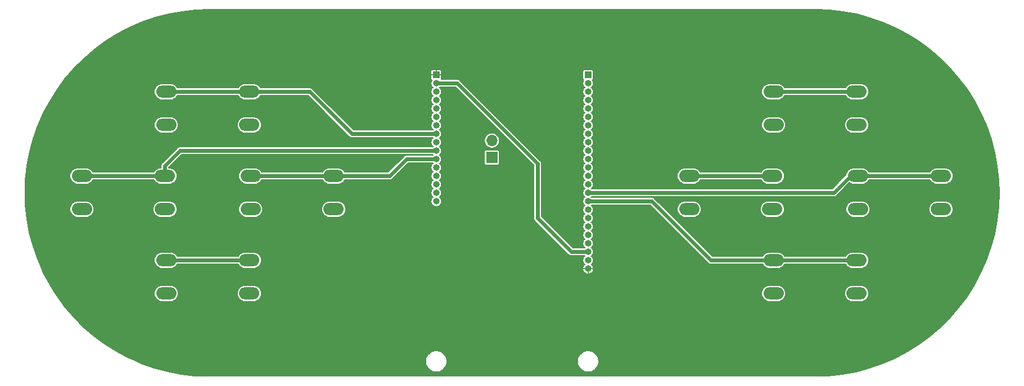
<source format=gbr>
%TF.GenerationSoftware,KiCad,Pcbnew,(5.1.8)-1*%
%TF.CreationDate,2020-11-24T01:58:45+03:00*%
%TF.ProjectId,mesp240_gamepadshield,6d657370-3234-4305-9f67-616d65706164,rev?*%
%TF.SameCoordinates,Original*%
%TF.FileFunction,Copper,L1,Top*%
%TF.FilePolarity,Positive*%
%FSLAX46Y46*%
G04 Gerber Fmt 4.6, Leading zero omitted, Abs format (unit mm)*
G04 Created by KiCad (PCBNEW (5.1.8)-1) date 2020-11-24 01:58:45*
%MOMM*%
%LPD*%
G01*
G04 APERTURE LIST*
%TA.AperFunction,ComponentPad*%
%ADD10O,3.048000X1.850000*%
%TD*%
%TA.AperFunction,ComponentPad*%
%ADD11O,1.700000X1.700000*%
%TD*%
%TA.AperFunction,ComponentPad*%
%ADD12R,1.700000X1.700000*%
%TD*%
%TA.AperFunction,ComponentPad*%
%ADD13O,1.000000X1.000000*%
%TD*%
%TA.AperFunction,ComponentPad*%
%ADD14R,1.000000X1.000000*%
%TD*%
%TA.AperFunction,ViaPad*%
%ADD15C,0.600000*%
%TD*%
%TA.AperFunction,Conductor*%
%ADD16C,0.600000*%
%TD*%
%TA.AperFunction,Conductor*%
%ADD17C,0.200000*%
%TD*%
%TA.AperFunction,Conductor*%
%ADD18C,0.100000*%
%TD*%
G04 APERTURE END LIST*
D10*
%TO.P,SW8,2*%
%TO.N,LV*%
X180340000Y-121840000D03*
%TO.P,SW8,1*%
%TO.N,BUTTONA*%
X180340000Y-116840000D03*
%TO.P,SW8,2*%
%TO.N,LV*%
X192840000Y-121840000D03*
%TO.P,SW8,1*%
%TO.N,BUTTONA*%
X192840000Y-116840000D03*
%TD*%
%TO.P,SW7,2*%
%TO.N,LV*%
X180340000Y-96440000D03*
%TO.P,SW7,1*%
%TO.N,BUTTONY*%
X180340000Y-91440000D03*
%TO.P,SW7,2*%
%TO.N,LV*%
X192840000Y-96440000D03*
%TO.P,SW7,1*%
%TO.N,BUTTONY*%
X192840000Y-91440000D03*
%TD*%
%TO.P,SW6,2*%
%TO.N,LV*%
X167640000Y-109140000D03*
%TO.P,SW6,1*%
%TO.N,BUTTONX*%
X167640000Y-104140000D03*
%TO.P,SW6,2*%
%TO.N,LV*%
X180140000Y-109140000D03*
%TO.P,SW6,1*%
%TO.N,BUTTONX*%
X180140000Y-104140000D03*
%TD*%
%TO.P,SW5,2*%
%TO.N,LV*%
X193040000Y-109140000D03*
%TO.P,SW5,1*%
%TO.N,BUTTONB*%
X193040000Y-104140000D03*
%TO.P,SW5,2*%
%TO.N,LV*%
X205540000Y-109140000D03*
%TO.P,SW5,1*%
%TO.N,BUTTONB*%
X205540000Y-104140000D03*
%TD*%
%TO.P,SW4,2*%
%TO.N,LV*%
X88900000Y-96440000D03*
%TO.P,SW4,1*%
%TO.N,UP*%
X88900000Y-91440000D03*
%TO.P,SW4,2*%
%TO.N,LV*%
X101400000Y-96440000D03*
%TO.P,SW4,1*%
%TO.N,UP*%
X101400000Y-91440000D03*
%TD*%
%TO.P,SW3,2*%
%TO.N,LV*%
X101600000Y-109140000D03*
%TO.P,SW3,1*%
%TO.N,RIGHT*%
X101600000Y-104140000D03*
%TO.P,SW3,2*%
%TO.N,LV*%
X114100000Y-109140000D03*
%TO.P,SW3,1*%
%TO.N,RIGHT*%
X114100000Y-104140000D03*
%TD*%
%TO.P,SW2,2*%
%TO.N,LV*%
X76200000Y-109140000D03*
%TO.P,SW2,1*%
%TO.N,LEFT*%
X76200000Y-104140000D03*
%TO.P,SW2,2*%
%TO.N,LV*%
X88700000Y-109140000D03*
%TO.P,SW2,1*%
%TO.N,LEFT*%
X88700000Y-104140000D03*
%TD*%
%TO.P,SW1,2*%
%TO.N,LV*%
X88900000Y-121840000D03*
%TO.P,SW1,1*%
%TO.N,DOWN*%
X88900000Y-116840000D03*
%TO.P,SW1,2*%
%TO.N,LV*%
X101400000Y-121840000D03*
%TO.P,SW1,1*%
%TO.N,DOWN*%
X101400000Y-116840000D03*
%TD*%
D11*
%TO.P,J3,2*%
%TO.N,Net-(J3-Pad2)*%
X137922000Y-98806000D03*
D12*
%TO.P,J3,1*%
%TO.N,Net-(J3-Pad1)*%
X137922000Y-101346000D03*
%TD*%
D13*
%TO.P,J2,24*%
%TO.N,GND*%
X152400000Y-118110000D03*
%TO.P,J2,23*%
%TO.N,HV*%
X152400000Y-116840000D03*
%TO.P,J2,22*%
%TO.N,LV*%
X152400000Y-115570000D03*
%TO.P,J2,21*%
%TO.N,Net-(J2-Pad21)*%
X152400000Y-114300000D03*
%TO.P,J2,20*%
%TO.N,Net-(J2-Pad20)*%
X152400000Y-113030000D03*
%TO.P,J2,19*%
%TO.N,Net-(J2-Pad19)*%
X152400000Y-111760000D03*
%TO.P,J2,18*%
%TO.N,/TXD1*%
X152400000Y-110490000D03*
%TO.P,J2,17*%
%TO.N,/RXD1*%
X152400000Y-109220000D03*
%TO.P,J2,16*%
%TO.N,BUTTONA*%
X152400000Y-107950000D03*
%TO.P,J2,15*%
%TO.N,BUTTONB*%
X152400000Y-106680000D03*
%TO.P,J2,14*%
%TO.N,BUTTONX*%
X152400000Y-105410000D03*
%TO.P,J2,13*%
%TO.N,BUTTONY*%
X152400000Y-104140000D03*
%TO.P,J2,12*%
%TO.N,/IO35*%
X152400000Y-102870000D03*
%TO.P,J2,11*%
%TO.N,/IO36*%
X152400000Y-101600000D03*
%TO.P,J2,10*%
%TO.N,/IO37*%
X152400000Y-100330000D03*
%TO.P,J2,9*%
%TO.N,/IO38*%
X152400000Y-99060000D03*
%TO.P,J2,8*%
%TO.N,/IO39*%
X152400000Y-97790000D03*
%TO.P,J2,7*%
%TO.N,Net-(J2-Pad7)*%
X152400000Y-96520000D03*
%TO.P,J2,6*%
%TO.N,Net-(J2-Pad6)*%
X152400000Y-95250000D03*
%TO.P,J2,5*%
%TO.N,/IO41*%
X152400000Y-93980000D03*
%TO.P,J2,4*%
%TO.N,/TXD0*%
X152400000Y-92710000D03*
%TO.P,J2,3*%
%TO.N,/RXD0*%
X152400000Y-91440000D03*
%TO.P,J2,2*%
%TO.N,Net-(J2-Pad2)*%
X152400000Y-90170000D03*
D14*
%TO.P,J2,1*%
%TO.N,Net-(J2-Pad1)*%
X152400000Y-88900000D03*
%TD*%
D13*
%TO.P,J1,16*%
%TO.N,Net-(J1-Pad16)*%
X129540000Y-107950000D03*
%TO.P,J1,15*%
%TO.N,Net-(J1-Pad15)*%
X129540000Y-106680000D03*
%TO.P,J1,14*%
%TO.N,Net-(J1-Pad14)*%
X129540000Y-105410000D03*
%TO.P,J1,13*%
%TO.N,Net-(J1-Pad13)*%
X129540000Y-104140000D03*
%TO.P,J1,12*%
%TO.N,Net-(J1-Pad12)*%
X129540000Y-102870000D03*
%TO.P,J1,11*%
%TO.N,RIGHT*%
X129540000Y-101600000D03*
%TO.P,J1,10*%
%TO.N,LEFT*%
X129540000Y-100330000D03*
%TO.P,J1,9*%
%TO.N,DOWN*%
X129540000Y-99060000D03*
%TO.P,J1,8*%
%TO.N,UP*%
X129540000Y-97790000D03*
%TO.P,J1,7*%
%TO.N,Net-(J1-Pad7)*%
X129540000Y-96520000D03*
%TO.P,J1,6*%
%TO.N,Net-(J1-Pad6)*%
X129540000Y-95250000D03*
%TO.P,J1,5*%
%TO.N,Net-(J1-Pad5)*%
X129540000Y-93980000D03*
%TO.P,J1,4*%
%TO.N,Net-(J1-Pad4)*%
X129540000Y-92710000D03*
%TO.P,J1,3*%
%TO.N,Net-(J1-Pad3)*%
X129540000Y-91440000D03*
%TO.P,J1,2*%
%TO.N,LV*%
X129540000Y-90170000D03*
D14*
%TO.P,J1,1*%
%TO.N,GND*%
X129540000Y-88900000D03*
%TD*%
D15*
%TO.N,GND*%
X168046400Y-125857000D03*
X159766000Y-110998000D03*
X165100000Y-105410000D03*
X175768000Y-101854000D03*
X154940000Y-102997000D03*
X156845000Y-102997000D03*
X158369000Y-102997000D03*
X160020000Y-101473000D03*
X161798000Y-99695000D03*
X163576000Y-98171000D03*
X164846000Y-96647000D03*
X166624000Y-94996000D03*
X168402000Y-93091000D03*
X169672000Y-91440000D03*
X171323000Y-90424000D03*
X173228000Y-90424000D03*
X175133000Y-90424000D03*
X177292000Y-90424000D03*
X177292000Y-92583000D03*
X174879000Y-92583000D03*
X173101000Y-92583000D03*
X171577000Y-92964000D03*
X169926000Y-94361000D03*
X168148000Y-96393000D03*
X166497000Y-97917000D03*
X165227000Y-99441000D03*
X163195000Y-101219000D03*
X161544000Y-102870000D03*
X160274000Y-104267000D03*
X162179000Y-105537000D03*
X163576000Y-108077000D03*
X154940000Y-109347000D03*
X157099000Y-109474000D03*
X159385000Y-109601000D03*
X161671000Y-109601000D03*
X162941000Y-110617000D03*
X165354000Y-113411000D03*
X166878000Y-114681000D03*
X168021000Y-115951000D03*
X169164000Y-117221000D03*
X170942000Y-118364000D03*
X172847000Y-118364000D03*
X174879000Y-118491000D03*
X176657000Y-118364000D03*
X177800000Y-118237000D03*
X154813000Y-116840000D03*
X156972000Y-116967000D03*
X159639000Y-116967000D03*
X162052000Y-116713000D03*
X163322000Y-115570000D03*
X164592000Y-114554000D03*
X154813000Y-114554000D03*
X157226000Y-114554000D03*
X159893000Y-114427000D03*
X161544000Y-113411000D03*
X162941000Y-112395000D03*
X165100000Y-108966000D03*
X167005000Y-111379000D03*
X169799000Y-110490000D03*
X174244000Y-110236000D03*
X170942000Y-107950000D03*
X173736000Y-107950000D03*
X176022000Y-107950000D03*
X171196000Y-105664000D03*
X177800000Y-105791000D03*
X177546000Y-108077000D03*
X182753000Y-107823000D03*
X182753000Y-105664000D03*
X184404000Y-107823000D03*
X185547000Y-107950000D03*
X187325000Y-105664000D03*
X187198000Y-107823000D03*
X189357000Y-105029000D03*
X189611000Y-107823000D03*
X190881000Y-106680000D03*
X190500000Y-104140000D03*
X193167000Y-106172000D03*
X193167000Y-102108000D03*
X195326000Y-102235000D03*
X195707000Y-105918000D03*
X197485000Y-105791000D03*
X197612000Y-102362000D03*
X206121000Y-106045000D03*
X206248000Y-101981000D03*
X206502000Y-111633000D03*
X203200000Y-111760000D03*
X199136000Y-110236000D03*
X199263000Y-107950000D03*
X196469000Y-107950000D03*
X202311000Y-107950000D03*
X195072000Y-111379000D03*
X182245000Y-115443000D03*
X182880000Y-117856000D03*
X181102000Y-119380000D03*
X183388000Y-120650000D03*
X184531000Y-119126000D03*
X185293000Y-115570000D03*
X190373000Y-115316000D03*
X190373000Y-118618000D03*
X191897000Y-118745000D03*
X195453000Y-118745000D03*
X195326000Y-115443000D03*
X136525000Y-106045000D03*
X139446000Y-106172000D03*
X136398000Y-108204000D03*
X139573000Y-108458000D03*
X136271000Y-110363000D03*
X139700000Y-110617000D03*
X137287000Y-113411000D03*
X140335000Y-111760000D03*
X139446000Y-115189000D03*
X142494000Y-113792000D03*
X141732000Y-116967000D03*
X144018000Y-115570000D03*
X149606000Y-118110000D03*
X149860000Y-113157000D03*
X145796000Y-113538000D03*
X144399000Y-112395000D03*
X146939000Y-110871000D03*
X143256000Y-109601000D03*
X146685000Y-108839000D03*
X143637000Y-107569000D03*
X146304000Y-106680000D03*
X143383000Y-105410000D03*
X146177000Y-105029000D03*
X143383000Y-103886000D03*
X146431000Y-102997000D03*
X143256000Y-102489000D03*
X144780000Y-99568000D03*
X139954000Y-94869000D03*
X143510000Y-94996000D03*
X145034000Y-95885000D03*
X148717000Y-95758000D03*
X148971000Y-99949000D03*
X135128000Y-94996000D03*
X133858000Y-93853000D03*
X136271000Y-91694000D03*
X138049000Y-93345000D03*
X134620000Y-90170000D03*
X132461000Y-92202000D03*
X117729000Y-96647000D03*
X119380000Y-96520000D03*
X121666000Y-96520000D03*
X123698000Y-96520000D03*
X126111000Y-96520000D03*
X117602000Y-99187000D03*
X119507000Y-99187000D03*
X121666000Y-99187000D03*
X123825000Y-99314000D03*
X125857000Y-99187000D03*
X119507000Y-101219000D03*
X121793000Y-101346000D03*
X123698000Y-101346000D03*
X126238000Y-102997000D03*
X125095000Y-104140000D03*
X123825000Y-105410000D03*
X121031000Y-105410000D03*
X113919000Y-106680000D03*
X111125000Y-106680000D03*
X108839000Y-106680000D03*
X106680000Y-106680000D03*
X105029000Y-106807000D03*
X102997000Y-106680000D03*
X116713000Y-110998000D03*
X118745000Y-112522000D03*
X120650000Y-110871000D03*
X122936000Y-108839000D03*
X114935000Y-112522000D03*
X116840000Y-114681000D03*
X113665000Y-113792000D03*
X115316000Y-116205000D03*
X111506000Y-115443000D03*
X113792000Y-117983000D03*
X110236000Y-116967000D03*
X112522000Y-119253000D03*
X108966000Y-117983000D03*
X110109000Y-120650000D03*
X107696000Y-118364000D03*
X107950000Y-121158000D03*
X105029000Y-120904000D03*
X102362000Y-120142000D03*
X98806000Y-120650000D03*
X98806000Y-123190000D03*
X96901000Y-120650000D03*
X96901000Y-123190000D03*
X95250000Y-120650000D03*
X95250000Y-123317000D03*
X93345000Y-120523000D03*
X93345000Y-123317000D03*
X91948000Y-120650000D03*
X91694000Y-123190000D03*
X89662000Y-119126000D03*
X91186000Y-117856000D03*
X93218000Y-118999000D03*
X91186000Y-115062000D03*
X93472000Y-115189000D03*
X95631000Y-114808000D03*
X99060000Y-115062000D03*
X78486000Y-110363000D03*
X81661000Y-110236000D03*
X84328000Y-110363000D03*
X86995000Y-110490000D03*
X103632000Y-110617000D03*
X106426000Y-110617000D03*
X108966000Y-110617000D03*
X111633000Y-110744000D03*
X103378000Y-102235000D03*
X106299000Y-102235000D03*
X108204000Y-102235000D03*
X112141000Y-102362000D03*
X83947000Y-102362000D03*
X86106000Y-102616000D03*
X77470000Y-106680000D03*
X80010000Y-106807000D03*
X82677000Y-106807000D03*
X85598000Y-106680000D03*
X75819000Y-101727000D03*
X75565000Y-106680000D03*
X75438000Y-112141000D03*
X90678000Y-102489000D03*
X93599000Y-102616000D03*
X97409000Y-102743000D03*
X100838000Y-101854000D03*
X91440000Y-98552000D03*
X98044000Y-98425000D03*
X100203000Y-98425000D03*
X112776000Y-95377000D03*
X114046000Y-92837000D03*
X115824000Y-94361000D03*
X112395000Y-90678000D03*
X109347000Y-89535000D03*
X105029000Y-88138000D03*
X101346000Y-94234000D03*
X101092000Y-88900000D03*
X101473000Y-99060000D03*
X89027000Y-94361000D03*
X89154000Y-89281000D03*
X92456000Y-89154000D03*
X92710000Y-94107000D03*
X95377000Y-94488000D03*
X97663000Y-94488000D03*
%TD*%
D16*
%TO.N,DOWN*%
X101400000Y-116840000D02*
X88900000Y-116840000D01*
%TO.N,LEFT*%
X76200000Y-104140000D02*
X88700000Y-104140000D01*
X90985000Y-100330000D02*
X129540000Y-100330000D01*
X88700000Y-102615000D02*
X90985000Y-100330000D01*
X88700000Y-104140000D02*
X88700000Y-102615000D01*
%TO.N,RIGHT*%
X101600000Y-104140000D02*
X114100000Y-104140000D01*
X114100000Y-104140000D02*
X122555000Y-104140000D01*
X125095000Y-101600000D02*
X129540000Y-101600000D01*
X122555000Y-104140000D02*
X125095000Y-101600000D01*
%TO.N,UP*%
X88900000Y-91440000D02*
X101400000Y-91440000D01*
X101400000Y-91440000D02*
X110490000Y-91440000D01*
X116840000Y-97790000D02*
X129540000Y-97790000D01*
X110490000Y-91440000D02*
X116840000Y-97790000D01*
%TO.N,BUTTONB*%
X193040000Y-104140000D02*
X191922400Y-104140000D01*
X189382400Y-106680000D02*
X152400000Y-106680000D01*
X191922400Y-104140000D02*
X189382400Y-106680000D01*
X193040000Y-104140000D02*
X205540000Y-104140000D01*
%TO.N,BUTTONX*%
X167640000Y-104140000D02*
X180140000Y-104140000D01*
%TO.N,BUTTONY*%
X180340000Y-91440000D02*
X192840000Y-91440000D01*
%TO.N,BUTTONA*%
X180340000Y-116840000D02*
X170891200Y-116840000D01*
X162001200Y-107950000D02*
X152400000Y-107950000D01*
X170891200Y-116840000D02*
X162001200Y-107950000D01*
X180340000Y-116840000D02*
X192840000Y-116840000D01*
%TO.N,LV*%
X149860000Y-115570000D02*
X152400000Y-115570000D01*
X144780000Y-110490000D02*
X149860000Y-115570000D01*
X144780000Y-102235000D02*
X144780000Y-110490000D01*
X132715000Y-90170000D02*
X144780000Y-102235000D01*
X129540000Y-90170000D02*
X132715000Y-90170000D01*
%TD*%
D17*
%TO.N,GND*%
X188760516Y-79142960D02*
X190819391Y-79375720D01*
X192855000Y-79762192D01*
X194855910Y-80300207D01*
X196810858Y-80986736D01*
X198708802Y-81817901D01*
X200539099Y-82789039D01*
X202291434Y-83894679D01*
X203955936Y-85128595D01*
X205523225Y-86483833D01*
X206984498Y-87952776D01*
X208331518Y-89527150D01*
X209556697Y-91198082D01*
X210653141Y-92956173D01*
X211614687Y-94791538D01*
X212435910Y-96693825D01*
X213112187Y-98652319D01*
X213639719Y-100656028D01*
X214015527Y-102693627D01*
X214237549Y-104754121D01*
X214304787Y-106679577D01*
X214227040Y-108750515D01*
X213994280Y-110809389D01*
X213607808Y-112845000D01*
X213069793Y-114845910D01*
X212383269Y-116800847D01*
X211552099Y-118698802D01*
X210580956Y-120529109D01*
X209475316Y-122281439D01*
X208241411Y-123945929D01*
X206886167Y-125513225D01*
X205417224Y-126974498D01*
X203842850Y-128321518D01*
X202171921Y-129546695D01*
X200413827Y-130643141D01*
X198578458Y-131604689D01*
X196676175Y-132425910D01*
X194717676Y-133102188D01*
X192713967Y-133629720D01*
X190676373Y-134005527D01*
X188615879Y-134227549D01*
X186684328Y-134295000D01*
X95256093Y-134295000D01*
X93179485Y-134217040D01*
X91120611Y-133984280D01*
X89085000Y-133597808D01*
X87084090Y-133059793D01*
X85129153Y-132373269D01*
X84098012Y-131921702D01*
X127932777Y-131921702D01*
X127932777Y-132238298D01*
X127994541Y-132548810D01*
X128115697Y-132841306D01*
X128291588Y-133104545D01*
X128515455Y-133328412D01*
X128778694Y-133504303D01*
X129071190Y-133625459D01*
X129381702Y-133687223D01*
X129698298Y-133687223D01*
X130008810Y-133625459D01*
X130301306Y-133504303D01*
X130564545Y-133328412D01*
X130788412Y-133104545D01*
X130964303Y-132841306D01*
X131085459Y-132548810D01*
X131147223Y-132238298D01*
X131147223Y-131921702D01*
X150792777Y-131921702D01*
X150792777Y-132238298D01*
X150854541Y-132548810D01*
X150975697Y-132841306D01*
X151151588Y-133104545D01*
X151375455Y-133328412D01*
X151638694Y-133504303D01*
X151931190Y-133625459D01*
X152241702Y-133687223D01*
X152558298Y-133687223D01*
X152868810Y-133625459D01*
X153161306Y-133504303D01*
X153424545Y-133328412D01*
X153648412Y-133104545D01*
X153824303Y-132841306D01*
X153945459Y-132548810D01*
X154007223Y-132238298D01*
X154007223Y-131921702D01*
X153945459Y-131611190D01*
X153824303Y-131318694D01*
X153648412Y-131055455D01*
X153424545Y-130831588D01*
X153161306Y-130655697D01*
X152868810Y-130534541D01*
X152558298Y-130472777D01*
X152241702Y-130472777D01*
X151931190Y-130534541D01*
X151638694Y-130655697D01*
X151375455Y-130831588D01*
X151151588Y-131055455D01*
X150975697Y-131318694D01*
X150854541Y-131611190D01*
X150792777Y-131921702D01*
X131147223Y-131921702D01*
X131085459Y-131611190D01*
X130964303Y-131318694D01*
X130788412Y-131055455D01*
X130564545Y-130831588D01*
X130301306Y-130655697D01*
X130008810Y-130534541D01*
X129698298Y-130472777D01*
X129381702Y-130472777D01*
X129071190Y-130534541D01*
X128778694Y-130655697D01*
X128515455Y-130831588D01*
X128291588Y-131055455D01*
X128115697Y-131318694D01*
X127994541Y-131611190D01*
X127932777Y-131921702D01*
X84098012Y-131921702D01*
X83231198Y-131542099D01*
X81400891Y-130570956D01*
X79648561Y-129465316D01*
X77984071Y-128231411D01*
X76416775Y-126876167D01*
X74955502Y-125407224D01*
X73608482Y-123832850D01*
X72383305Y-122161921D01*
X72182538Y-121840000D01*
X87070073Y-121840000D01*
X87093725Y-122080142D01*
X87163772Y-122311055D01*
X87277522Y-122523866D01*
X87430603Y-122710397D01*
X87617134Y-122863478D01*
X87829945Y-122977228D01*
X88060858Y-123047275D01*
X88240822Y-123065000D01*
X89559178Y-123065000D01*
X89739142Y-123047275D01*
X89970055Y-122977228D01*
X90182866Y-122863478D01*
X90369397Y-122710397D01*
X90522478Y-122523866D01*
X90636228Y-122311055D01*
X90706275Y-122080142D01*
X90729927Y-121840000D01*
X99570073Y-121840000D01*
X99593725Y-122080142D01*
X99663772Y-122311055D01*
X99777522Y-122523866D01*
X99930603Y-122710397D01*
X100117134Y-122863478D01*
X100329945Y-122977228D01*
X100560858Y-123047275D01*
X100740822Y-123065000D01*
X102059178Y-123065000D01*
X102239142Y-123047275D01*
X102470055Y-122977228D01*
X102682866Y-122863478D01*
X102869397Y-122710397D01*
X103022478Y-122523866D01*
X103136228Y-122311055D01*
X103206275Y-122080142D01*
X103229927Y-121840000D01*
X178510073Y-121840000D01*
X178533725Y-122080142D01*
X178603772Y-122311055D01*
X178717522Y-122523866D01*
X178870603Y-122710397D01*
X179057134Y-122863478D01*
X179269945Y-122977228D01*
X179500858Y-123047275D01*
X179680822Y-123065000D01*
X180999178Y-123065000D01*
X181179142Y-123047275D01*
X181410055Y-122977228D01*
X181622866Y-122863478D01*
X181809397Y-122710397D01*
X181962478Y-122523866D01*
X182076228Y-122311055D01*
X182146275Y-122080142D01*
X182169927Y-121840000D01*
X191010073Y-121840000D01*
X191033725Y-122080142D01*
X191103772Y-122311055D01*
X191217522Y-122523866D01*
X191370603Y-122710397D01*
X191557134Y-122863478D01*
X191769945Y-122977228D01*
X192000858Y-123047275D01*
X192180822Y-123065000D01*
X193499178Y-123065000D01*
X193679142Y-123047275D01*
X193910055Y-122977228D01*
X194122866Y-122863478D01*
X194309397Y-122710397D01*
X194462478Y-122523866D01*
X194576228Y-122311055D01*
X194646275Y-122080142D01*
X194669927Y-121840000D01*
X194646275Y-121599858D01*
X194576228Y-121368945D01*
X194462478Y-121156134D01*
X194309397Y-120969603D01*
X194122866Y-120816522D01*
X193910055Y-120702772D01*
X193679142Y-120632725D01*
X193499178Y-120615000D01*
X192180822Y-120615000D01*
X192000858Y-120632725D01*
X191769945Y-120702772D01*
X191557134Y-120816522D01*
X191370603Y-120969603D01*
X191217522Y-121156134D01*
X191103772Y-121368945D01*
X191033725Y-121599858D01*
X191010073Y-121840000D01*
X182169927Y-121840000D01*
X182146275Y-121599858D01*
X182076228Y-121368945D01*
X181962478Y-121156134D01*
X181809397Y-120969603D01*
X181622866Y-120816522D01*
X181410055Y-120702772D01*
X181179142Y-120632725D01*
X180999178Y-120615000D01*
X179680822Y-120615000D01*
X179500858Y-120632725D01*
X179269945Y-120702772D01*
X179057134Y-120816522D01*
X178870603Y-120969603D01*
X178717522Y-121156134D01*
X178603772Y-121368945D01*
X178533725Y-121599858D01*
X178510073Y-121840000D01*
X103229927Y-121840000D01*
X103206275Y-121599858D01*
X103136228Y-121368945D01*
X103022478Y-121156134D01*
X102869397Y-120969603D01*
X102682866Y-120816522D01*
X102470055Y-120702772D01*
X102239142Y-120632725D01*
X102059178Y-120615000D01*
X100740822Y-120615000D01*
X100560858Y-120632725D01*
X100329945Y-120702772D01*
X100117134Y-120816522D01*
X99930603Y-120969603D01*
X99777522Y-121156134D01*
X99663772Y-121368945D01*
X99593725Y-121599858D01*
X99570073Y-121840000D01*
X90729927Y-121840000D01*
X90706275Y-121599858D01*
X90636228Y-121368945D01*
X90522478Y-121156134D01*
X90369397Y-120969603D01*
X90182866Y-120816522D01*
X89970055Y-120702772D01*
X89739142Y-120632725D01*
X89559178Y-120615000D01*
X88240822Y-120615000D01*
X88060858Y-120632725D01*
X87829945Y-120702772D01*
X87617134Y-120816522D01*
X87430603Y-120969603D01*
X87277522Y-121156134D01*
X87163772Y-121368945D01*
X87093725Y-121599858D01*
X87070073Y-121840000D01*
X72182538Y-121840000D01*
X71286859Y-120403827D01*
X70325311Y-118568458D01*
X70187031Y-118248144D01*
X151591720Y-118248144D01*
X151600381Y-118291688D01*
X151651191Y-118444195D01*
X151730777Y-118583859D01*
X151836081Y-118705313D01*
X151963056Y-118803889D01*
X152106823Y-118875800D01*
X152261856Y-118918281D01*
X152390000Y-118849940D01*
X152390000Y-118120000D01*
X152410000Y-118120000D01*
X152410000Y-118849940D01*
X152538144Y-118918281D01*
X152693177Y-118875800D01*
X152836944Y-118803889D01*
X152963919Y-118705313D01*
X153069223Y-118583859D01*
X153148809Y-118444195D01*
X153199619Y-118291688D01*
X153208280Y-118248144D01*
X153139932Y-118120000D01*
X152410000Y-118120000D01*
X152390000Y-118120000D01*
X151660068Y-118120000D01*
X151591720Y-118248144D01*
X70187031Y-118248144D01*
X69579131Y-116840000D01*
X87070073Y-116840000D01*
X87093725Y-117080142D01*
X87163772Y-117311055D01*
X87277522Y-117523866D01*
X87430603Y-117710397D01*
X87617134Y-117863478D01*
X87829945Y-117977228D01*
X88060858Y-118047275D01*
X88240822Y-118065000D01*
X89559178Y-118065000D01*
X89739142Y-118047275D01*
X89970055Y-117977228D01*
X90182866Y-117863478D01*
X90369397Y-117710397D01*
X90522478Y-117523866D01*
X90567305Y-117440000D01*
X99732695Y-117440000D01*
X99777522Y-117523866D01*
X99930603Y-117710397D01*
X100117134Y-117863478D01*
X100329945Y-117977228D01*
X100560858Y-118047275D01*
X100740822Y-118065000D01*
X102059178Y-118065000D01*
X102239142Y-118047275D01*
X102470055Y-117977228D01*
X102682866Y-117863478D01*
X102869397Y-117710397D01*
X103022478Y-117523866D01*
X103136228Y-117311055D01*
X103206275Y-117080142D01*
X103229927Y-116840000D01*
X103206275Y-116599858D01*
X103136228Y-116368945D01*
X103022478Y-116156134D01*
X102869397Y-115969603D01*
X102682866Y-115816522D01*
X102470055Y-115702772D01*
X102239142Y-115632725D01*
X102059178Y-115615000D01*
X100740822Y-115615000D01*
X100560858Y-115632725D01*
X100329945Y-115702772D01*
X100117134Y-115816522D01*
X99930603Y-115969603D01*
X99777522Y-116156134D01*
X99732695Y-116240000D01*
X90567305Y-116240000D01*
X90522478Y-116156134D01*
X90369397Y-115969603D01*
X90182866Y-115816522D01*
X89970055Y-115702772D01*
X89739142Y-115632725D01*
X89559178Y-115615000D01*
X88240822Y-115615000D01*
X88060858Y-115632725D01*
X87829945Y-115702772D01*
X87617134Y-115816522D01*
X87430603Y-115969603D01*
X87277522Y-116156134D01*
X87163772Y-116368945D01*
X87093725Y-116599858D01*
X87070073Y-116840000D01*
X69579131Y-116840000D01*
X69504090Y-116666175D01*
X68827812Y-114707676D01*
X68300280Y-112703967D01*
X67924473Y-110666373D01*
X67760004Y-109140000D01*
X74370073Y-109140000D01*
X74393725Y-109380142D01*
X74463772Y-109611055D01*
X74577522Y-109823866D01*
X74730603Y-110010397D01*
X74917134Y-110163478D01*
X75129945Y-110277228D01*
X75360858Y-110347275D01*
X75540822Y-110365000D01*
X76859178Y-110365000D01*
X77039142Y-110347275D01*
X77270055Y-110277228D01*
X77482866Y-110163478D01*
X77669397Y-110010397D01*
X77822478Y-109823866D01*
X77936228Y-109611055D01*
X78006275Y-109380142D01*
X78029927Y-109140000D01*
X86870073Y-109140000D01*
X86893725Y-109380142D01*
X86963772Y-109611055D01*
X87077522Y-109823866D01*
X87230603Y-110010397D01*
X87417134Y-110163478D01*
X87629945Y-110277228D01*
X87860858Y-110347275D01*
X88040822Y-110365000D01*
X89359178Y-110365000D01*
X89539142Y-110347275D01*
X89770055Y-110277228D01*
X89982866Y-110163478D01*
X90169397Y-110010397D01*
X90322478Y-109823866D01*
X90436228Y-109611055D01*
X90506275Y-109380142D01*
X90529927Y-109140000D01*
X99770073Y-109140000D01*
X99793725Y-109380142D01*
X99863772Y-109611055D01*
X99977522Y-109823866D01*
X100130603Y-110010397D01*
X100317134Y-110163478D01*
X100529945Y-110277228D01*
X100760858Y-110347275D01*
X100940822Y-110365000D01*
X102259178Y-110365000D01*
X102439142Y-110347275D01*
X102670055Y-110277228D01*
X102882866Y-110163478D01*
X103069397Y-110010397D01*
X103222478Y-109823866D01*
X103336228Y-109611055D01*
X103406275Y-109380142D01*
X103429927Y-109140000D01*
X112270073Y-109140000D01*
X112293725Y-109380142D01*
X112363772Y-109611055D01*
X112477522Y-109823866D01*
X112630603Y-110010397D01*
X112817134Y-110163478D01*
X113029945Y-110277228D01*
X113260858Y-110347275D01*
X113440822Y-110365000D01*
X114759178Y-110365000D01*
X114939142Y-110347275D01*
X115170055Y-110277228D01*
X115382866Y-110163478D01*
X115569397Y-110010397D01*
X115722478Y-109823866D01*
X115836228Y-109611055D01*
X115906275Y-109380142D01*
X115929927Y-109140000D01*
X115906275Y-108899858D01*
X115836228Y-108668945D01*
X115722478Y-108456134D01*
X115569397Y-108269603D01*
X115382866Y-108116522D01*
X115170055Y-108002772D01*
X114939142Y-107932725D01*
X114759178Y-107915000D01*
X113440822Y-107915000D01*
X113260858Y-107932725D01*
X113029945Y-108002772D01*
X112817134Y-108116522D01*
X112630603Y-108269603D01*
X112477522Y-108456134D01*
X112363772Y-108668945D01*
X112293725Y-108899858D01*
X112270073Y-109140000D01*
X103429927Y-109140000D01*
X103406275Y-108899858D01*
X103336228Y-108668945D01*
X103222478Y-108456134D01*
X103069397Y-108269603D01*
X102882866Y-108116522D01*
X102670055Y-108002772D01*
X102439142Y-107932725D01*
X102259178Y-107915000D01*
X100940822Y-107915000D01*
X100760858Y-107932725D01*
X100529945Y-108002772D01*
X100317134Y-108116522D01*
X100130603Y-108269603D01*
X99977522Y-108456134D01*
X99863772Y-108668945D01*
X99793725Y-108899858D01*
X99770073Y-109140000D01*
X90529927Y-109140000D01*
X90506275Y-108899858D01*
X90436228Y-108668945D01*
X90322478Y-108456134D01*
X90169397Y-108269603D01*
X89982866Y-108116522D01*
X89770055Y-108002772D01*
X89539142Y-107932725D01*
X89359178Y-107915000D01*
X88040822Y-107915000D01*
X87860858Y-107932725D01*
X87629945Y-108002772D01*
X87417134Y-108116522D01*
X87230603Y-108269603D01*
X87077522Y-108456134D01*
X86963772Y-108668945D01*
X86893725Y-108899858D01*
X86870073Y-109140000D01*
X78029927Y-109140000D01*
X78006275Y-108899858D01*
X77936228Y-108668945D01*
X77822478Y-108456134D01*
X77669397Y-108269603D01*
X77482866Y-108116522D01*
X77270055Y-108002772D01*
X77039142Y-107932725D01*
X76859178Y-107915000D01*
X75540822Y-107915000D01*
X75360858Y-107932725D01*
X75129945Y-108002772D01*
X74917134Y-108116522D01*
X74730603Y-108269603D01*
X74577522Y-108456134D01*
X74463772Y-108668945D01*
X74393725Y-108899858D01*
X74370073Y-109140000D01*
X67760004Y-109140000D01*
X67702451Y-108605879D01*
X67635213Y-106680423D01*
X67712960Y-104609484D01*
X67766036Y-104140000D01*
X74370073Y-104140000D01*
X74393725Y-104380142D01*
X74463772Y-104611055D01*
X74577522Y-104823866D01*
X74730603Y-105010397D01*
X74917134Y-105163478D01*
X75129945Y-105277228D01*
X75360858Y-105347275D01*
X75540822Y-105365000D01*
X76859178Y-105365000D01*
X77039142Y-105347275D01*
X77270055Y-105277228D01*
X77482866Y-105163478D01*
X77669397Y-105010397D01*
X77822478Y-104823866D01*
X77867305Y-104740000D01*
X87032695Y-104740000D01*
X87077522Y-104823866D01*
X87230603Y-105010397D01*
X87417134Y-105163478D01*
X87629945Y-105277228D01*
X87860858Y-105347275D01*
X88040822Y-105365000D01*
X89359178Y-105365000D01*
X89539142Y-105347275D01*
X89770055Y-105277228D01*
X89982866Y-105163478D01*
X90169397Y-105010397D01*
X90322478Y-104823866D01*
X90436228Y-104611055D01*
X90506275Y-104380142D01*
X90529927Y-104140000D01*
X90506275Y-103899858D01*
X90436228Y-103668945D01*
X90322478Y-103456134D01*
X90169397Y-103269603D01*
X89982866Y-103116522D01*
X89770055Y-103002772D01*
X89539142Y-102932725D01*
X89359178Y-102915000D01*
X89300000Y-102915000D01*
X89300000Y-102863527D01*
X91233528Y-100930000D01*
X129008629Y-100930000D01*
X129030030Y-100951401D01*
X129050382Y-100965000D01*
X129030030Y-100978599D01*
X129008629Y-101000000D01*
X125124465Y-101000000D01*
X125094999Y-100997098D01*
X125065533Y-101000000D01*
X125065526Y-101000000D01*
X124988640Y-101007573D01*
X124977378Y-101008682D01*
X124943070Y-101019089D01*
X124864279Y-101042990D01*
X124760045Y-101098704D01*
X124668683Y-101173683D01*
X124649896Y-101196575D01*
X122306473Y-103540000D01*
X115767305Y-103540000D01*
X115722478Y-103456134D01*
X115569397Y-103269603D01*
X115382866Y-103116522D01*
X115170055Y-103002772D01*
X114939142Y-102932725D01*
X114759178Y-102915000D01*
X113440822Y-102915000D01*
X113260858Y-102932725D01*
X113029945Y-103002772D01*
X112817134Y-103116522D01*
X112630603Y-103269603D01*
X112477522Y-103456134D01*
X112432695Y-103540000D01*
X103267305Y-103540000D01*
X103222478Y-103456134D01*
X103069397Y-103269603D01*
X102882866Y-103116522D01*
X102670055Y-103002772D01*
X102439142Y-102932725D01*
X102259178Y-102915000D01*
X100940822Y-102915000D01*
X100760858Y-102932725D01*
X100529945Y-103002772D01*
X100317134Y-103116522D01*
X100130603Y-103269603D01*
X99977522Y-103456134D01*
X99863772Y-103668945D01*
X99793725Y-103899858D01*
X99770073Y-104140000D01*
X99793725Y-104380142D01*
X99863772Y-104611055D01*
X99977522Y-104823866D01*
X100130603Y-105010397D01*
X100317134Y-105163478D01*
X100529945Y-105277228D01*
X100760858Y-105347275D01*
X100940822Y-105365000D01*
X102259178Y-105365000D01*
X102439142Y-105347275D01*
X102670055Y-105277228D01*
X102882866Y-105163478D01*
X103069397Y-105010397D01*
X103222478Y-104823866D01*
X103267305Y-104740000D01*
X112432695Y-104740000D01*
X112477522Y-104823866D01*
X112630603Y-105010397D01*
X112817134Y-105163478D01*
X113029945Y-105277228D01*
X113260858Y-105347275D01*
X113440822Y-105365000D01*
X114759178Y-105365000D01*
X114939142Y-105347275D01*
X115170055Y-105277228D01*
X115382866Y-105163478D01*
X115569397Y-105010397D01*
X115722478Y-104823866D01*
X115767305Y-104740000D01*
X122525526Y-104740000D01*
X122555000Y-104742903D01*
X122584474Y-104740000D01*
X122672621Y-104731318D01*
X122785721Y-104697010D01*
X122889955Y-104641296D01*
X122981317Y-104566317D01*
X123000113Y-104543414D01*
X125343529Y-102200000D01*
X129008629Y-102200000D01*
X129030030Y-102221401D01*
X129050382Y-102235000D01*
X129030030Y-102248599D01*
X128918599Y-102360030D01*
X128831049Y-102491058D01*
X128770743Y-102636649D01*
X128740000Y-102791207D01*
X128740000Y-102948793D01*
X128770743Y-103103351D01*
X128831049Y-103248942D01*
X128918599Y-103379970D01*
X129030030Y-103491401D01*
X129050382Y-103505000D01*
X129030030Y-103518599D01*
X128918599Y-103630030D01*
X128831049Y-103761058D01*
X128770743Y-103906649D01*
X128740000Y-104061207D01*
X128740000Y-104218793D01*
X128770743Y-104373351D01*
X128831049Y-104518942D01*
X128918599Y-104649970D01*
X129030030Y-104761401D01*
X129050382Y-104775000D01*
X129030030Y-104788599D01*
X128918599Y-104900030D01*
X128831049Y-105031058D01*
X128770743Y-105176649D01*
X128740000Y-105331207D01*
X128740000Y-105488793D01*
X128770743Y-105643351D01*
X128831049Y-105788942D01*
X128918599Y-105919970D01*
X129030030Y-106031401D01*
X129050382Y-106045000D01*
X129030030Y-106058599D01*
X128918599Y-106170030D01*
X128831049Y-106301058D01*
X128770743Y-106446649D01*
X128740000Y-106601207D01*
X128740000Y-106758793D01*
X128770743Y-106913351D01*
X128831049Y-107058942D01*
X128918599Y-107189970D01*
X129030030Y-107301401D01*
X129050382Y-107315000D01*
X129030030Y-107328599D01*
X128918599Y-107440030D01*
X128831049Y-107571058D01*
X128770743Y-107716649D01*
X128740000Y-107871207D01*
X128740000Y-108028793D01*
X128770743Y-108183351D01*
X128831049Y-108328942D01*
X128918599Y-108459970D01*
X129030030Y-108571401D01*
X129161058Y-108658951D01*
X129306649Y-108719257D01*
X129461207Y-108750000D01*
X129618793Y-108750000D01*
X129773351Y-108719257D01*
X129918942Y-108658951D01*
X130049970Y-108571401D01*
X130161401Y-108459970D01*
X130248951Y-108328942D01*
X130309257Y-108183351D01*
X130340000Y-108028793D01*
X130340000Y-107871207D01*
X130309257Y-107716649D01*
X130248951Y-107571058D01*
X130161401Y-107440030D01*
X130049970Y-107328599D01*
X130029618Y-107315000D01*
X130049970Y-107301401D01*
X130161401Y-107189970D01*
X130248951Y-107058942D01*
X130309257Y-106913351D01*
X130340000Y-106758793D01*
X130340000Y-106601207D01*
X130309257Y-106446649D01*
X130248951Y-106301058D01*
X130161401Y-106170030D01*
X130049970Y-106058599D01*
X130029618Y-106045000D01*
X130049970Y-106031401D01*
X130161401Y-105919970D01*
X130248951Y-105788942D01*
X130309257Y-105643351D01*
X130340000Y-105488793D01*
X130340000Y-105331207D01*
X130309257Y-105176649D01*
X130248951Y-105031058D01*
X130161401Y-104900030D01*
X130049970Y-104788599D01*
X130029618Y-104775000D01*
X130049970Y-104761401D01*
X130161401Y-104649970D01*
X130248951Y-104518942D01*
X130309257Y-104373351D01*
X130340000Y-104218793D01*
X130340000Y-104061207D01*
X130309257Y-103906649D01*
X130248951Y-103761058D01*
X130161401Y-103630030D01*
X130049970Y-103518599D01*
X130029618Y-103505000D01*
X130049970Y-103491401D01*
X130161401Y-103379970D01*
X130248951Y-103248942D01*
X130309257Y-103103351D01*
X130340000Y-102948793D01*
X130340000Y-102791207D01*
X130309257Y-102636649D01*
X130248951Y-102491058D01*
X130161401Y-102360030D01*
X130049970Y-102248599D01*
X130029618Y-102235000D01*
X130049970Y-102221401D01*
X130161401Y-102109970D01*
X130248951Y-101978942D01*
X130309257Y-101833351D01*
X130340000Y-101678793D01*
X130340000Y-101521207D01*
X130309257Y-101366649D01*
X130248951Y-101221058D01*
X130161401Y-101090030D01*
X130049970Y-100978599D01*
X130029618Y-100965000D01*
X130049970Y-100951401D01*
X130161401Y-100839970D01*
X130248951Y-100708942D01*
X130309257Y-100563351D01*
X130322653Y-100496000D01*
X136770549Y-100496000D01*
X136770549Y-102196000D01*
X136776341Y-102254810D01*
X136793496Y-102311360D01*
X136821353Y-102363477D01*
X136858842Y-102409158D01*
X136904523Y-102446647D01*
X136956640Y-102474504D01*
X137013190Y-102491659D01*
X137072000Y-102497451D01*
X138772000Y-102497451D01*
X138830810Y-102491659D01*
X138887360Y-102474504D01*
X138939477Y-102446647D01*
X138985158Y-102409158D01*
X139022647Y-102363477D01*
X139050504Y-102311360D01*
X139067659Y-102254810D01*
X139073451Y-102196000D01*
X139073451Y-100496000D01*
X139067659Y-100437190D01*
X139050504Y-100380640D01*
X139022647Y-100328523D01*
X138985158Y-100282842D01*
X138939477Y-100245353D01*
X138887360Y-100217496D01*
X138830810Y-100200341D01*
X138772000Y-100194549D01*
X137072000Y-100194549D01*
X137013190Y-100200341D01*
X136956640Y-100217496D01*
X136904523Y-100245353D01*
X136858842Y-100282842D01*
X136821353Y-100328523D01*
X136793496Y-100380640D01*
X136776341Y-100437190D01*
X136770549Y-100496000D01*
X130322653Y-100496000D01*
X130340000Y-100408793D01*
X130340000Y-100251207D01*
X130309257Y-100096649D01*
X130248951Y-99951058D01*
X130161401Y-99820030D01*
X130049970Y-99708599D01*
X130029618Y-99695000D01*
X130049970Y-99681401D01*
X130161401Y-99569970D01*
X130248951Y-99438942D01*
X130309257Y-99293351D01*
X130340000Y-99138793D01*
X130340000Y-98981207D01*
X130309257Y-98826649D01*
X130253788Y-98692735D01*
X136772000Y-98692735D01*
X136772000Y-98919265D01*
X136816194Y-99141443D01*
X136902884Y-99350729D01*
X137028737Y-99539082D01*
X137188918Y-99699263D01*
X137377271Y-99825116D01*
X137586557Y-99911806D01*
X137808735Y-99956000D01*
X138035265Y-99956000D01*
X138257443Y-99911806D01*
X138466729Y-99825116D01*
X138655082Y-99699263D01*
X138815263Y-99539082D01*
X138941116Y-99350729D01*
X139027806Y-99141443D01*
X139072000Y-98919265D01*
X139072000Y-98692735D01*
X139027806Y-98470557D01*
X138941116Y-98261271D01*
X138815263Y-98072918D01*
X138655082Y-97912737D01*
X138466729Y-97786884D01*
X138257443Y-97700194D01*
X138035265Y-97656000D01*
X137808735Y-97656000D01*
X137586557Y-97700194D01*
X137377271Y-97786884D01*
X137188918Y-97912737D01*
X137028737Y-98072918D01*
X136902884Y-98261271D01*
X136816194Y-98470557D01*
X136772000Y-98692735D01*
X130253788Y-98692735D01*
X130248951Y-98681058D01*
X130161401Y-98550030D01*
X130049970Y-98438599D01*
X130029618Y-98425000D01*
X130049970Y-98411401D01*
X130161401Y-98299970D01*
X130248951Y-98168942D01*
X130309257Y-98023351D01*
X130340000Y-97868793D01*
X130340000Y-97711207D01*
X130309257Y-97556649D01*
X130248951Y-97411058D01*
X130161401Y-97280030D01*
X130049970Y-97168599D01*
X130029618Y-97155000D01*
X130049970Y-97141401D01*
X130161401Y-97029970D01*
X130248951Y-96898942D01*
X130309257Y-96753351D01*
X130340000Y-96598793D01*
X130340000Y-96441207D01*
X130309257Y-96286649D01*
X130248951Y-96141058D01*
X130161401Y-96010030D01*
X130049970Y-95898599D01*
X130029618Y-95885000D01*
X130049970Y-95871401D01*
X130161401Y-95759970D01*
X130248951Y-95628942D01*
X130309257Y-95483351D01*
X130340000Y-95328793D01*
X130340000Y-95171207D01*
X130309257Y-95016649D01*
X130248951Y-94871058D01*
X130161401Y-94740030D01*
X130049970Y-94628599D01*
X130029618Y-94615000D01*
X130049970Y-94601401D01*
X130161401Y-94489970D01*
X130248951Y-94358942D01*
X130309257Y-94213351D01*
X130340000Y-94058793D01*
X130340000Y-93901207D01*
X130309257Y-93746649D01*
X130248951Y-93601058D01*
X130161401Y-93470030D01*
X130049970Y-93358599D01*
X130029618Y-93345000D01*
X130049970Y-93331401D01*
X130161401Y-93219970D01*
X130248951Y-93088942D01*
X130309257Y-92943351D01*
X130340000Y-92788793D01*
X130340000Y-92631207D01*
X130309257Y-92476649D01*
X130248951Y-92331058D01*
X130161401Y-92200030D01*
X130049970Y-92088599D01*
X130029618Y-92075000D01*
X130049970Y-92061401D01*
X130161401Y-91949970D01*
X130248951Y-91818942D01*
X130309257Y-91673351D01*
X130340000Y-91518793D01*
X130340000Y-91361207D01*
X130309257Y-91206649D01*
X130248951Y-91061058D01*
X130161401Y-90930030D01*
X130049970Y-90818599D01*
X130029618Y-90805000D01*
X130049970Y-90791401D01*
X130071371Y-90770000D01*
X132466473Y-90770000D01*
X144180000Y-102483528D01*
X144180001Y-110460516D01*
X144177097Y-110490000D01*
X144188682Y-110607620D01*
X144216529Y-110699419D01*
X144222991Y-110720721D01*
X144278705Y-110824955D01*
X144353684Y-110916317D01*
X144376582Y-110935109D01*
X149414891Y-115973419D01*
X149433683Y-115996317D01*
X149525045Y-116071296D01*
X149592971Y-116107603D01*
X149629278Y-116127010D01*
X149742379Y-116161318D01*
X149860000Y-116172903D01*
X149889474Y-116170000D01*
X151868629Y-116170000D01*
X151890030Y-116191401D01*
X151910382Y-116205000D01*
X151890030Y-116218599D01*
X151778599Y-116330030D01*
X151691049Y-116461058D01*
X151630743Y-116606649D01*
X151600000Y-116761207D01*
X151600000Y-116918793D01*
X151630743Y-117073351D01*
X151691049Y-117218942D01*
X151778599Y-117349970D01*
X151890030Y-117461401D01*
X151897924Y-117466676D01*
X151836081Y-117514687D01*
X151730777Y-117636141D01*
X151651191Y-117775805D01*
X151600381Y-117928312D01*
X151591720Y-117971856D01*
X151660068Y-118100000D01*
X152390000Y-118100000D01*
X152390000Y-118080000D01*
X152410000Y-118080000D01*
X152410000Y-118100000D01*
X153139932Y-118100000D01*
X153208280Y-117971856D01*
X153199619Y-117928312D01*
X153148809Y-117775805D01*
X153069223Y-117636141D01*
X152963919Y-117514687D01*
X152902076Y-117466676D01*
X152909970Y-117461401D01*
X153021401Y-117349970D01*
X153108951Y-117218942D01*
X153169257Y-117073351D01*
X153200000Y-116918793D01*
X153200000Y-116761207D01*
X153169257Y-116606649D01*
X153108951Y-116461058D01*
X153021401Y-116330030D01*
X152909970Y-116218599D01*
X152889618Y-116205000D01*
X152909970Y-116191401D01*
X153021401Y-116079970D01*
X153108951Y-115948942D01*
X153169257Y-115803351D01*
X153200000Y-115648793D01*
X153200000Y-115491207D01*
X153169257Y-115336649D01*
X153108951Y-115191058D01*
X153021401Y-115060030D01*
X152909970Y-114948599D01*
X152889618Y-114935000D01*
X152909970Y-114921401D01*
X153021401Y-114809970D01*
X153108951Y-114678942D01*
X153169257Y-114533351D01*
X153200000Y-114378793D01*
X153200000Y-114221207D01*
X153169257Y-114066649D01*
X153108951Y-113921058D01*
X153021401Y-113790030D01*
X152909970Y-113678599D01*
X152889618Y-113665000D01*
X152909970Y-113651401D01*
X153021401Y-113539970D01*
X153108951Y-113408942D01*
X153169257Y-113263351D01*
X153200000Y-113108793D01*
X153200000Y-112951207D01*
X153169257Y-112796649D01*
X153108951Y-112651058D01*
X153021401Y-112520030D01*
X152909970Y-112408599D01*
X152889618Y-112395000D01*
X152909970Y-112381401D01*
X153021401Y-112269970D01*
X153108951Y-112138942D01*
X153169257Y-111993351D01*
X153200000Y-111838793D01*
X153200000Y-111681207D01*
X153169257Y-111526649D01*
X153108951Y-111381058D01*
X153021401Y-111250030D01*
X152909970Y-111138599D01*
X152889618Y-111125000D01*
X152909970Y-111111401D01*
X153021401Y-110999970D01*
X153108951Y-110868942D01*
X153169257Y-110723351D01*
X153200000Y-110568793D01*
X153200000Y-110411207D01*
X153169257Y-110256649D01*
X153108951Y-110111058D01*
X153021401Y-109980030D01*
X152909970Y-109868599D01*
X152889618Y-109855000D01*
X152909970Y-109841401D01*
X153021401Y-109729970D01*
X153108951Y-109598942D01*
X153169257Y-109453351D01*
X153200000Y-109298793D01*
X153200000Y-109141207D01*
X153169257Y-108986649D01*
X153108951Y-108841058D01*
X153021401Y-108710030D01*
X152909970Y-108598599D01*
X152889618Y-108585000D01*
X152909970Y-108571401D01*
X152931371Y-108550000D01*
X161752673Y-108550000D01*
X170446091Y-117243419D01*
X170464883Y-117266317D01*
X170556245Y-117341296D01*
X170660479Y-117397010D01*
X170773579Y-117431319D01*
X170891200Y-117442903D01*
X170920676Y-117440000D01*
X178672695Y-117440000D01*
X178717522Y-117523866D01*
X178870603Y-117710397D01*
X179057134Y-117863478D01*
X179269945Y-117977228D01*
X179500858Y-118047275D01*
X179680822Y-118065000D01*
X180999178Y-118065000D01*
X181179142Y-118047275D01*
X181410055Y-117977228D01*
X181622866Y-117863478D01*
X181809397Y-117710397D01*
X181962478Y-117523866D01*
X182007305Y-117440000D01*
X191172695Y-117440000D01*
X191217522Y-117523866D01*
X191370603Y-117710397D01*
X191557134Y-117863478D01*
X191769945Y-117977228D01*
X192000858Y-118047275D01*
X192180822Y-118065000D01*
X193499178Y-118065000D01*
X193679142Y-118047275D01*
X193910055Y-117977228D01*
X194122866Y-117863478D01*
X194309397Y-117710397D01*
X194462478Y-117523866D01*
X194576228Y-117311055D01*
X194646275Y-117080142D01*
X194669927Y-116840000D01*
X194646275Y-116599858D01*
X194576228Y-116368945D01*
X194462478Y-116156134D01*
X194309397Y-115969603D01*
X194122866Y-115816522D01*
X193910055Y-115702772D01*
X193679142Y-115632725D01*
X193499178Y-115615000D01*
X192180822Y-115615000D01*
X192000858Y-115632725D01*
X191769945Y-115702772D01*
X191557134Y-115816522D01*
X191370603Y-115969603D01*
X191217522Y-116156134D01*
X191172695Y-116240000D01*
X182007305Y-116240000D01*
X181962478Y-116156134D01*
X181809397Y-115969603D01*
X181622866Y-115816522D01*
X181410055Y-115702772D01*
X181179142Y-115632725D01*
X180999178Y-115615000D01*
X179680822Y-115615000D01*
X179500858Y-115632725D01*
X179269945Y-115702772D01*
X179057134Y-115816522D01*
X178870603Y-115969603D01*
X178717522Y-116156134D01*
X178672695Y-116240000D01*
X171139728Y-116240000D01*
X164039728Y-109140000D01*
X165810073Y-109140000D01*
X165833725Y-109380142D01*
X165903772Y-109611055D01*
X166017522Y-109823866D01*
X166170603Y-110010397D01*
X166357134Y-110163478D01*
X166569945Y-110277228D01*
X166800858Y-110347275D01*
X166980822Y-110365000D01*
X168299178Y-110365000D01*
X168479142Y-110347275D01*
X168710055Y-110277228D01*
X168922866Y-110163478D01*
X169109397Y-110010397D01*
X169262478Y-109823866D01*
X169376228Y-109611055D01*
X169446275Y-109380142D01*
X169469927Y-109140000D01*
X178310073Y-109140000D01*
X178333725Y-109380142D01*
X178403772Y-109611055D01*
X178517522Y-109823866D01*
X178670603Y-110010397D01*
X178857134Y-110163478D01*
X179069945Y-110277228D01*
X179300858Y-110347275D01*
X179480822Y-110365000D01*
X180799178Y-110365000D01*
X180979142Y-110347275D01*
X181210055Y-110277228D01*
X181422866Y-110163478D01*
X181609397Y-110010397D01*
X181762478Y-109823866D01*
X181876228Y-109611055D01*
X181946275Y-109380142D01*
X181969927Y-109140000D01*
X191210073Y-109140000D01*
X191233725Y-109380142D01*
X191303772Y-109611055D01*
X191417522Y-109823866D01*
X191570603Y-110010397D01*
X191757134Y-110163478D01*
X191969945Y-110277228D01*
X192200858Y-110347275D01*
X192380822Y-110365000D01*
X193699178Y-110365000D01*
X193879142Y-110347275D01*
X194110055Y-110277228D01*
X194322866Y-110163478D01*
X194509397Y-110010397D01*
X194662478Y-109823866D01*
X194776228Y-109611055D01*
X194846275Y-109380142D01*
X194869927Y-109140000D01*
X203710073Y-109140000D01*
X203733725Y-109380142D01*
X203803772Y-109611055D01*
X203917522Y-109823866D01*
X204070603Y-110010397D01*
X204257134Y-110163478D01*
X204469945Y-110277228D01*
X204700858Y-110347275D01*
X204880822Y-110365000D01*
X206199178Y-110365000D01*
X206379142Y-110347275D01*
X206610055Y-110277228D01*
X206822866Y-110163478D01*
X207009397Y-110010397D01*
X207162478Y-109823866D01*
X207276228Y-109611055D01*
X207346275Y-109380142D01*
X207369927Y-109140000D01*
X207346275Y-108899858D01*
X207276228Y-108668945D01*
X207162478Y-108456134D01*
X207009397Y-108269603D01*
X206822866Y-108116522D01*
X206610055Y-108002772D01*
X206379142Y-107932725D01*
X206199178Y-107915000D01*
X204880822Y-107915000D01*
X204700858Y-107932725D01*
X204469945Y-108002772D01*
X204257134Y-108116522D01*
X204070603Y-108269603D01*
X203917522Y-108456134D01*
X203803772Y-108668945D01*
X203733725Y-108899858D01*
X203710073Y-109140000D01*
X194869927Y-109140000D01*
X194846275Y-108899858D01*
X194776228Y-108668945D01*
X194662478Y-108456134D01*
X194509397Y-108269603D01*
X194322866Y-108116522D01*
X194110055Y-108002772D01*
X193879142Y-107932725D01*
X193699178Y-107915000D01*
X192380822Y-107915000D01*
X192200858Y-107932725D01*
X191969945Y-108002772D01*
X191757134Y-108116522D01*
X191570603Y-108269603D01*
X191417522Y-108456134D01*
X191303772Y-108668945D01*
X191233725Y-108899858D01*
X191210073Y-109140000D01*
X181969927Y-109140000D01*
X181946275Y-108899858D01*
X181876228Y-108668945D01*
X181762478Y-108456134D01*
X181609397Y-108269603D01*
X181422866Y-108116522D01*
X181210055Y-108002772D01*
X180979142Y-107932725D01*
X180799178Y-107915000D01*
X179480822Y-107915000D01*
X179300858Y-107932725D01*
X179069945Y-108002772D01*
X178857134Y-108116522D01*
X178670603Y-108269603D01*
X178517522Y-108456134D01*
X178403772Y-108668945D01*
X178333725Y-108899858D01*
X178310073Y-109140000D01*
X169469927Y-109140000D01*
X169446275Y-108899858D01*
X169376228Y-108668945D01*
X169262478Y-108456134D01*
X169109397Y-108269603D01*
X168922866Y-108116522D01*
X168710055Y-108002772D01*
X168479142Y-107932725D01*
X168299178Y-107915000D01*
X166980822Y-107915000D01*
X166800858Y-107932725D01*
X166569945Y-108002772D01*
X166357134Y-108116522D01*
X166170603Y-108269603D01*
X166017522Y-108456134D01*
X165903772Y-108668945D01*
X165833725Y-108899858D01*
X165810073Y-109140000D01*
X164039728Y-109140000D01*
X162446313Y-107546586D01*
X162427517Y-107523683D01*
X162336155Y-107448704D01*
X162231921Y-107392990D01*
X162118821Y-107358682D01*
X162030674Y-107350000D01*
X162001200Y-107347097D01*
X161971726Y-107350000D01*
X152931371Y-107350000D01*
X152909970Y-107328599D01*
X152889618Y-107315000D01*
X152909970Y-107301401D01*
X152931371Y-107280000D01*
X189352926Y-107280000D01*
X189382400Y-107282903D01*
X189411874Y-107280000D01*
X189500021Y-107271318D01*
X189613121Y-107237010D01*
X189717355Y-107181296D01*
X189808717Y-107106317D01*
X189827513Y-107083414D01*
X191751815Y-105159113D01*
X191757134Y-105163478D01*
X191969945Y-105277228D01*
X192200858Y-105347275D01*
X192380822Y-105365000D01*
X193699178Y-105365000D01*
X193879142Y-105347275D01*
X194110055Y-105277228D01*
X194322866Y-105163478D01*
X194509397Y-105010397D01*
X194662478Y-104823866D01*
X194707305Y-104740000D01*
X203872695Y-104740000D01*
X203917522Y-104823866D01*
X204070603Y-105010397D01*
X204257134Y-105163478D01*
X204469945Y-105277228D01*
X204700858Y-105347275D01*
X204880822Y-105365000D01*
X206199178Y-105365000D01*
X206379142Y-105347275D01*
X206610055Y-105277228D01*
X206822866Y-105163478D01*
X207009397Y-105010397D01*
X207162478Y-104823866D01*
X207276228Y-104611055D01*
X207346275Y-104380142D01*
X207369927Y-104140000D01*
X207346275Y-103899858D01*
X207276228Y-103668945D01*
X207162478Y-103456134D01*
X207009397Y-103269603D01*
X206822866Y-103116522D01*
X206610055Y-103002772D01*
X206379142Y-102932725D01*
X206199178Y-102915000D01*
X204880822Y-102915000D01*
X204700858Y-102932725D01*
X204469945Y-103002772D01*
X204257134Y-103116522D01*
X204070603Y-103269603D01*
X203917522Y-103456134D01*
X203872695Y-103540000D01*
X194707305Y-103540000D01*
X194662478Y-103456134D01*
X194509397Y-103269603D01*
X194322866Y-103116522D01*
X194110055Y-103002772D01*
X193879142Y-102932725D01*
X193699178Y-102915000D01*
X192380822Y-102915000D01*
X192200858Y-102932725D01*
X191969945Y-103002772D01*
X191757134Y-103116522D01*
X191570603Y-103269603D01*
X191417522Y-103456134D01*
X191303772Y-103668945D01*
X191233725Y-103899858D01*
X191224953Y-103988918D01*
X189133873Y-106080000D01*
X152931371Y-106080000D01*
X152909970Y-106058599D01*
X152889618Y-106045000D01*
X152909970Y-106031401D01*
X153021401Y-105919970D01*
X153108951Y-105788942D01*
X153169257Y-105643351D01*
X153200000Y-105488793D01*
X153200000Y-105331207D01*
X153169257Y-105176649D01*
X153108951Y-105031058D01*
X153021401Y-104900030D01*
X152909970Y-104788599D01*
X152889618Y-104775000D01*
X152909970Y-104761401D01*
X153021401Y-104649970D01*
X153108951Y-104518942D01*
X153169257Y-104373351D01*
X153200000Y-104218793D01*
X153200000Y-104140000D01*
X165810073Y-104140000D01*
X165833725Y-104380142D01*
X165903772Y-104611055D01*
X166017522Y-104823866D01*
X166170603Y-105010397D01*
X166357134Y-105163478D01*
X166569945Y-105277228D01*
X166800858Y-105347275D01*
X166980822Y-105365000D01*
X168299178Y-105365000D01*
X168479142Y-105347275D01*
X168710055Y-105277228D01*
X168922866Y-105163478D01*
X169109397Y-105010397D01*
X169262478Y-104823866D01*
X169307305Y-104740000D01*
X178472695Y-104740000D01*
X178517522Y-104823866D01*
X178670603Y-105010397D01*
X178857134Y-105163478D01*
X179069945Y-105277228D01*
X179300858Y-105347275D01*
X179480822Y-105365000D01*
X180799178Y-105365000D01*
X180979142Y-105347275D01*
X181210055Y-105277228D01*
X181422866Y-105163478D01*
X181609397Y-105010397D01*
X181762478Y-104823866D01*
X181876228Y-104611055D01*
X181946275Y-104380142D01*
X181969927Y-104140000D01*
X181946275Y-103899858D01*
X181876228Y-103668945D01*
X181762478Y-103456134D01*
X181609397Y-103269603D01*
X181422866Y-103116522D01*
X181210055Y-103002772D01*
X180979142Y-102932725D01*
X180799178Y-102915000D01*
X179480822Y-102915000D01*
X179300858Y-102932725D01*
X179069945Y-103002772D01*
X178857134Y-103116522D01*
X178670603Y-103269603D01*
X178517522Y-103456134D01*
X178472695Y-103540000D01*
X169307305Y-103540000D01*
X169262478Y-103456134D01*
X169109397Y-103269603D01*
X168922866Y-103116522D01*
X168710055Y-103002772D01*
X168479142Y-102932725D01*
X168299178Y-102915000D01*
X166980822Y-102915000D01*
X166800858Y-102932725D01*
X166569945Y-103002772D01*
X166357134Y-103116522D01*
X166170603Y-103269603D01*
X166017522Y-103456134D01*
X165903772Y-103668945D01*
X165833725Y-103899858D01*
X165810073Y-104140000D01*
X153200000Y-104140000D01*
X153200000Y-104061207D01*
X153169257Y-103906649D01*
X153108951Y-103761058D01*
X153021401Y-103630030D01*
X152909970Y-103518599D01*
X152889618Y-103505000D01*
X152909970Y-103491401D01*
X153021401Y-103379970D01*
X153108951Y-103248942D01*
X153169257Y-103103351D01*
X153200000Y-102948793D01*
X153200000Y-102791207D01*
X153169257Y-102636649D01*
X153108951Y-102491058D01*
X153021401Y-102360030D01*
X152909970Y-102248599D01*
X152889618Y-102235000D01*
X152909970Y-102221401D01*
X153021401Y-102109970D01*
X153108951Y-101978942D01*
X153169257Y-101833351D01*
X153200000Y-101678793D01*
X153200000Y-101521207D01*
X153169257Y-101366649D01*
X153108951Y-101221058D01*
X153021401Y-101090030D01*
X152909970Y-100978599D01*
X152889618Y-100965000D01*
X152909970Y-100951401D01*
X153021401Y-100839970D01*
X153108951Y-100708942D01*
X153169257Y-100563351D01*
X153200000Y-100408793D01*
X153200000Y-100251207D01*
X153169257Y-100096649D01*
X153108951Y-99951058D01*
X153021401Y-99820030D01*
X152909970Y-99708599D01*
X152889618Y-99695000D01*
X152909970Y-99681401D01*
X153021401Y-99569970D01*
X153108951Y-99438942D01*
X153169257Y-99293351D01*
X153200000Y-99138793D01*
X153200000Y-98981207D01*
X153169257Y-98826649D01*
X153108951Y-98681058D01*
X153021401Y-98550030D01*
X152909970Y-98438599D01*
X152889618Y-98425000D01*
X152909970Y-98411401D01*
X153021401Y-98299970D01*
X153108951Y-98168942D01*
X153169257Y-98023351D01*
X153200000Y-97868793D01*
X153200000Y-97711207D01*
X153169257Y-97556649D01*
X153108951Y-97411058D01*
X153021401Y-97280030D01*
X152909970Y-97168599D01*
X152889618Y-97155000D01*
X152909970Y-97141401D01*
X153021401Y-97029970D01*
X153108951Y-96898942D01*
X153169257Y-96753351D01*
X153200000Y-96598793D01*
X153200000Y-96441207D01*
X153199760Y-96440000D01*
X178510073Y-96440000D01*
X178533725Y-96680142D01*
X178603772Y-96911055D01*
X178717522Y-97123866D01*
X178870603Y-97310397D01*
X179057134Y-97463478D01*
X179269945Y-97577228D01*
X179500858Y-97647275D01*
X179680822Y-97665000D01*
X180999178Y-97665000D01*
X181179142Y-97647275D01*
X181410055Y-97577228D01*
X181622866Y-97463478D01*
X181809397Y-97310397D01*
X181962478Y-97123866D01*
X182076228Y-96911055D01*
X182146275Y-96680142D01*
X182169927Y-96440000D01*
X191010073Y-96440000D01*
X191033725Y-96680142D01*
X191103772Y-96911055D01*
X191217522Y-97123866D01*
X191370603Y-97310397D01*
X191557134Y-97463478D01*
X191769945Y-97577228D01*
X192000858Y-97647275D01*
X192180822Y-97665000D01*
X193499178Y-97665000D01*
X193679142Y-97647275D01*
X193910055Y-97577228D01*
X194122866Y-97463478D01*
X194309397Y-97310397D01*
X194462478Y-97123866D01*
X194576228Y-96911055D01*
X194646275Y-96680142D01*
X194669927Y-96440000D01*
X194646275Y-96199858D01*
X194576228Y-95968945D01*
X194462478Y-95756134D01*
X194309397Y-95569603D01*
X194122866Y-95416522D01*
X193910055Y-95302772D01*
X193679142Y-95232725D01*
X193499178Y-95215000D01*
X192180822Y-95215000D01*
X192000858Y-95232725D01*
X191769945Y-95302772D01*
X191557134Y-95416522D01*
X191370603Y-95569603D01*
X191217522Y-95756134D01*
X191103772Y-95968945D01*
X191033725Y-96199858D01*
X191010073Y-96440000D01*
X182169927Y-96440000D01*
X182146275Y-96199858D01*
X182076228Y-95968945D01*
X181962478Y-95756134D01*
X181809397Y-95569603D01*
X181622866Y-95416522D01*
X181410055Y-95302772D01*
X181179142Y-95232725D01*
X180999178Y-95215000D01*
X179680822Y-95215000D01*
X179500858Y-95232725D01*
X179269945Y-95302772D01*
X179057134Y-95416522D01*
X178870603Y-95569603D01*
X178717522Y-95756134D01*
X178603772Y-95968945D01*
X178533725Y-96199858D01*
X178510073Y-96440000D01*
X153199760Y-96440000D01*
X153169257Y-96286649D01*
X153108951Y-96141058D01*
X153021401Y-96010030D01*
X152909970Y-95898599D01*
X152889618Y-95885000D01*
X152909970Y-95871401D01*
X153021401Y-95759970D01*
X153108951Y-95628942D01*
X153169257Y-95483351D01*
X153200000Y-95328793D01*
X153200000Y-95171207D01*
X153169257Y-95016649D01*
X153108951Y-94871058D01*
X153021401Y-94740030D01*
X152909970Y-94628599D01*
X152889618Y-94615000D01*
X152909970Y-94601401D01*
X153021401Y-94489970D01*
X153108951Y-94358942D01*
X153169257Y-94213351D01*
X153200000Y-94058793D01*
X153200000Y-93901207D01*
X153169257Y-93746649D01*
X153108951Y-93601058D01*
X153021401Y-93470030D01*
X152909970Y-93358599D01*
X152889618Y-93345000D01*
X152909970Y-93331401D01*
X153021401Y-93219970D01*
X153108951Y-93088942D01*
X153169257Y-92943351D01*
X153200000Y-92788793D01*
X153200000Y-92631207D01*
X153169257Y-92476649D01*
X153108951Y-92331058D01*
X153021401Y-92200030D01*
X152909970Y-92088599D01*
X152889618Y-92075000D01*
X152909970Y-92061401D01*
X153021401Y-91949970D01*
X153108951Y-91818942D01*
X153169257Y-91673351D01*
X153200000Y-91518793D01*
X153200000Y-91440000D01*
X178510073Y-91440000D01*
X178533725Y-91680142D01*
X178603772Y-91911055D01*
X178717522Y-92123866D01*
X178870603Y-92310397D01*
X179057134Y-92463478D01*
X179269945Y-92577228D01*
X179500858Y-92647275D01*
X179680822Y-92665000D01*
X180999178Y-92665000D01*
X181179142Y-92647275D01*
X181410055Y-92577228D01*
X181622866Y-92463478D01*
X181809397Y-92310397D01*
X181962478Y-92123866D01*
X182007305Y-92040000D01*
X191172695Y-92040000D01*
X191217522Y-92123866D01*
X191370603Y-92310397D01*
X191557134Y-92463478D01*
X191769945Y-92577228D01*
X192000858Y-92647275D01*
X192180822Y-92665000D01*
X193499178Y-92665000D01*
X193679142Y-92647275D01*
X193910055Y-92577228D01*
X194122866Y-92463478D01*
X194309397Y-92310397D01*
X194462478Y-92123866D01*
X194576228Y-91911055D01*
X194646275Y-91680142D01*
X194669927Y-91440000D01*
X194646275Y-91199858D01*
X194576228Y-90968945D01*
X194462478Y-90756134D01*
X194309397Y-90569603D01*
X194122866Y-90416522D01*
X193910055Y-90302772D01*
X193679142Y-90232725D01*
X193499178Y-90215000D01*
X192180822Y-90215000D01*
X192000858Y-90232725D01*
X191769945Y-90302772D01*
X191557134Y-90416522D01*
X191370603Y-90569603D01*
X191217522Y-90756134D01*
X191172695Y-90840000D01*
X182007305Y-90840000D01*
X181962478Y-90756134D01*
X181809397Y-90569603D01*
X181622866Y-90416522D01*
X181410055Y-90302772D01*
X181179142Y-90232725D01*
X180999178Y-90215000D01*
X179680822Y-90215000D01*
X179500858Y-90232725D01*
X179269945Y-90302772D01*
X179057134Y-90416522D01*
X178870603Y-90569603D01*
X178717522Y-90756134D01*
X178603772Y-90968945D01*
X178533725Y-91199858D01*
X178510073Y-91440000D01*
X153200000Y-91440000D01*
X153200000Y-91361207D01*
X153169257Y-91206649D01*
X153108951Y-91061058D01*
X153021401Y-90930030D01*
X152909970Y-90818599D01*
X152889618Y-90805000D01*
X152909970Y-90791401D01*
X153021401Y-90679970D01*
X153108951Y-90548942D01*
X153169257Y-90403351D01*
X153200000Y-90248793D01*
X153200000Y-90091207D01*
X153169257Y-89936649D01*
X153108951Y-89791058D01*
X153028907Y-89671263D01*
X153067477Y-89650647D01*
X153113158Y-89613158D01*
X153150647Y-89567477D01*
X153178504Y-89515360D01*
X153195659Y-89458810D01*
X153201451Y-89400000D01*
X153201451Y-88400000D01*
X153195659Y-88341190D01*
X153178504Y-88284640D01*
X153150647Y-88232523D01*
X153113158Y-88186842D01*
X153067477Y-88149353D01*
X153015360Y-88121496D01*
X152958810Y-88104341D01*
X152900000Y-88098549D01*
X151900000Y-88098549D01*
X151841190Y-88104341D01*
X151784640Y-88121496D01*
X151732523Y-88149353D01*
X151686842Y-88186842D01*
X151649353Y-88232523D01*
X151621496Y-88284640D01*
X151604341Y-88341190D01*
X151598549Y-88400000D01*
X151598549Y-89400000D01*
X151604341Y-89458810D01*
X151621496Y-89515360D01*
X151649353Y-89567477D01*
X151686842Y-89613158D01*
X151732523Y-89650647D01*
X151771093Y-89671263D01*
X151691049Y-89791058D01*
X151630743Y-89936649D01*
X151600000Y-90091207D01*
X151600000Y-90248793D01*
X151630743Y-90403351D01*
X151691049Y-90548942D01*
X151778599Y-90679970D01*
X151890030Y-90791401D01*
X151910382Y-90805000D01*
X151890030Y-90818599D01*
X151778599Y-90930030D01*
X151691049Y-91061058D01*
X151630743Y-91206649D01*
X151600000Y-91361207D01*
X151600000Y-91518793D01*
X151630743Y-91673351D01*
X151691049Y-91818942D01*
X151778599Y-91949970D01*
X151890030Y-92061401D01*
X151910382Y-92075000D01*
X151890030Y-92088599D01*
X151778599Y-92200030D01*
X151691049Y-92331058D01*
X151630743Y-92476649D01*
X151600000Y-92631207D01*
X151600000Y-92788793D01*
X151630743Y-92943351D01*
X151691049Y-93088942D01*
X151778599Y-93219970D01*
X151890030Y-93331401D01*
X151910382Y-93345000D01*
X151890030Y-93358599D01*
X151778599Y-93470030D01*
X151691049Y-93601058D01*
X151630743Y-93746649D01*
X151600000Y-93901207D01*
X151600000Y-94058793D01*
X151630743Y-94213351D01*
X151691049Y-94358942D01*
X151778599Y-94489970D01*
X151890030Y-94601401D01*
X151910382Y-94615000D01*
X151890030Y-94628599D01*
X151778599Y-94740030D01*
X151691049Y-94871058D01*
X151630743Y-95016649D01*
X151600000Y-95171207D01*
X151600000Y-95328793D01*
X151630743Y-95483351D01*
X151691049Y-95628942D01*
X151778599Y-95759970D01*
X151890030Y-95871401D01*
X151910382Y-95885000D01*
X151890030Y-95898599D01*
X151778599Y-96010030D01*
X151691049Y-96141058D01*
X151630743Y-96286649D01*
X151600000Y-96441207D01*
X151600000Y-96598793D01*
X151630743Y-96753351D01*
X151691049Y-96898942D01*
X151778599Y-97029970D01*
X151890030Y-97141401D01*
X151910382Y-97155000D01*
X151890030Y-97168599D01*
X151778599Y-97280030D01*
X151691049Y-97411058D01*
X151630743Y-97556649D01*
X151600000Y-97711207D01*
X151600000Y-97868793D01*
X151630743Y-98023351D01*
X151691049Y-98168942D01*
X151778599Y-98299970D01*
X151890030Y-98411401D01*
X151910382Y-98425000D01*
X151890030Y-98438599D01*
X151778599Y-98550030D01*
X151691049Y-98681058D01*
X151630743Y-98826649D01*
X151600000Y-98981207D01*
X151600000Y-99138793D01*
X151630743Y-99293351D01*
X151691049Y-99438942D01*
X151778599Y-99569970D01*
X151890030Y-99681401D01*
X151910382Y-99695000D01*
X151890030Y-99708599D01*
X151778599Y-99820030D01*
X151691049Y-99951058D01*
X151630743Y-100096649D01*
X151600000Y-100251207D01*
X151600000Y-100408793D01*
X151630743Y-100563351D01*
X151691049Y-100708942D01*
X151778599Y-100839970D01*
X151890030Y-100951401D01*
X151910382Y-100965000D01*
X151890030Y-100978599D01*
X151778599Y-101090030D01*
X151691049Y-101221058D01*
X151630743Y-101366649D01*
X151600000Y-101521207D01*
X151600000Y-101678793D01*
X151630743Y-101833351D01*
X151691049Y-101978942D01*
X151778599Y-102109970D01*
X151890030Y-102221401D01*
X151910382Y-102235000D01*
X151890030Y-102248599D01*
X151778599Y-102360030D01*
X151691049Y-102491058D01*
X151630743Y-102636649D01*
X151600000Y-102791207D01*
X151600000Y-102948793D01*
X151630743Y-103103351D01*
X151691049Y-103248942D01*
X151778599Y-103379970D01*
X151890030Y-103491401D01*
X151910382Y-103505000D01*
X151890030Y-103518599D01*
X151778599Y-103630030D01*
X151691049Y-103761058D01*
X151630743Y-103906649D01*
X151600000Y-104061207D01*
X151600000Y-104218793D01*
X151630743Y-104373351D01*
X151691049Y-104518942D01*
X151778599Y-104649970D01*
X151890030Y-104761401D01*
X151910382Y-104775000D01*
X151890030Y-104788599D01*
X151778599Y-104900030D01*
X151691049Y-105031058D01*
X151630743Y-105176649D01*
X151600000Y-105331207D01*
X151600000Y-105488793D01*
X151630743Y-105643351D01*
X151691049Y-105788942D01*
X151778599Y-105919970D01*
X151890030Y-106031401D01*
X151910382Y-106045000D01*
X151890030Y-106058599D01*
X151778599Y-106170030D01*
X151691049Y-106301058D01*
X151630743Y-106446649D01*
X151600000Y-106601207D01*
X151600000Y-106758793D01*
X151630743Y-106913351D01*
X151691049Y-107058942D01*
X151778599Y-107189970D01*
X151890030Y-107301401D01*
X151910382Y-107315000D01*
X151890030Y-107328599D01*
X151778599Y-107440030D01*
X151691049Y-107571058D01*
X151630743Y-107716649D01*
X151600000Y-107871207D01*
X151600000Y-108028793D01*
X151630743Y-108183351D01*
X151691049Y-108328942D01*
X151778599Y-108459970D01*
X151890030Y-108571401D01*
X151910382Y-108585000D01*
X151890030Y-108598599D01*
X151778599Y-108710030D01*
X151691049Y-108841058D01*
X151630743Y-108986649D01*
X151600000Y-109141207D01*
X151600000Y-109298793D01*
X151630743Y-109453351D01*
X151691049Y-109598942D01*
X151778599Y-109729970D01*
X151890030Y-109841401D01*
X151910382Y-109855000D01*
X151890030Y-109868599D01*
X151778599Y-109980030D01*
X151691049Y-110111058D01*
X151630743Y-110256649D01*
X151600000Y-110411207D01*
X151600000Y-110568793D01*
X151630743Y-110723351D01*
X151691049Y-110868942D01*
X151778599Y-110999970D01*
X151890030Y-111111401D01*
X151910382Y-111125000D01*
X151890030Y-111138599D01*
X151778599Y-111250030D01*
X151691049Y-111381058D01*
X151630743Y-111526649D01*
X151600000Y-111681207D01*
X151600000Y-111838793D01*
X151630743Y-111993351D01*
X151691049Y-112138942D01*
X151778599Y-112269970D01*
X151890030Y-112381401D01*
X151910382Y-112395000D01*
X151890030Y-112408599D01*
X151778599Y-112520030D01*
X151691049Y-112651058D01*
X151630743Y-112796649D01*
X151600000Y-112951207D01*
X151600000Y-113108793D01*
X151630743Y-113263351D01*
X151691049Y-113408942D01*
X151778599Y-113539970D01*
X151890030Y-113651401D01*
X151910382Y-113665000D01*
X151890030Y-113678599D01*
X151778599Y-113790030D01*
X151691049Y-113921058D01*
X151630743Y-114066649D01*
X151600000Y-114221207D01*
X151600000Y-114378793D01*
X151630743Y-114533351D01*
X151691049Y-114678942D01*
X151778599Y-114809970D01*
X151890030Y-114921401D01*
X151910382Y-114935000D01*
X151890030Y-114948599D01*
X151868629Y-114970000D01*
X150108528Y-114970000D01*
X145380000Y-110241473D01*
X145380000Y-102264476D01*
X145382903Y-102235000D01*
X145371319Y-102117379D01*
X145337010Y-102004279D01*
X145323467Y-101978942D01*
X145281296Y-101900045D01*
X145206317Y-101808683D01*
X145183420Y-101789892D01*
X133160113Y-89766586D01*
X133141317Y-89743683D01*
X133049955Y-89668704D01*
X132945721Y-89612990D01*
X132832621Y-89578682D01*
X132744474Y-89570000D01*
X132715000Y-89567097D01*
X132685526Y-89570000D01*
X130311976Y-89570000D01*
X130337072Y-89523051D01*
X130355370Y-89462731D01*
X130361548Y-89400000D01*
X130360000Y-88990000D01*
X130280000Y-88910000D01*
X129550000Y-88910000D01*
X129550000Y-88930000D01*
X129530000Y-88930000D01*
X129530000Y-88910000D01*
X128800000Y-88910000D01*
X128720000Y-88990000D01*
X128718452Y-89400000D01*
X128724630Y-89462731D01*
X128742928Y-89523051D01*
X128772643Y-89578642D01*
X128812631Y-89627369D01*
X128861358Y-89667357D01*
X128899928Y-89687974D01*
X128831049Y-89791058D01*
X128770743Y-89936649D01*
X128740000Y-90091207D01*
X128740000Y-90248793D01*
X128770743Y-90403351D01*
X128831049Y-90548942D01*
X128918599Y-90679970D01*
X129030030Y-90791401D01*
X129050382Y-90805000D01*
X129030030Y-90818599D01*
X128918599Y-90930030D01*
X128831049Y-91061058D01*
X128770743Y-91206649D01*
X128740000Y-91361207D01*
X128740000Y-91518793D01*
X128770743Y-91673351D01*
X128831049Y-91818942D01*
X128918599Y-91949970D01*
X129030030Y-92061401D01*
X129050382Y-92075000D01*
X129030030Y-92088599D01*
X128918599Y-92200030D01*
X128831049Y-92331058D01*
X128770743Y-92476649D01*
X128740000Y-92631207D01*
X128740000Y-92788793D01*
X128770743Y-92943351D01*
X128831049Y-93088942D01*
X128918599Y-93219970D01*
X129030030Y-93331401D01*
X129050382Y-93345000D01*
X129030030Y-93358599D01*
X128918599Y-93470030D01*
X128831049Y-93601058D01*
X128770743Y-93746649D01*
X128740000Y-93901207D01*
X128740000Y-94058793D01*
X128770743Y-94213351D01*
X128831049Y-94358942D01*
X128918599Y-94489970D01*
X129030030Y-94601401D01*
X129050382Y-94615000D01*
X129030030Y-94628599D01*
X128918599Y-94740030D01*
X128831049Y-94871058D01*
X128770743Y-95016649D01*
X128740000Y-95171207D01*
X128740000Y-95328793D01*
X128770743Y-95483351D01*
X128831049Y-95628942D01*
X128918599Y-95759970D01*
X129030030Y-95871401D01*
X129050382Y-95885000D01*
X129030030Y-95898599D01*
X128918599Y-96010030D01*
X128831049Y-96141058D01*
X128770743Y-96286649D01*
X128740000Y-96441207D01*
X128740000Y-96598793D01*
X128770743Y-96753351D01*
X128831049Y-96898942D01*
X128918599Y-97029970D01*
X129030030Y-97141401D01*
X129050382Y-97155000D01*
X129030030Y-97168599D01*
X129008629Y-97190000D01*
X117088528Y-97190000D01*
X110935113Y-91036586D01*
X110916317Y-91013683D01*
X110824955Y-90938704D01*
X110720721Y-90882990D01*
X110607621Y-90848682D01*
X110519474Y-90840000D01*
X110490000Y-90837097D01*
X110460526Y-90840000D01*
X103067305Y-90840000D01*
X103022478Y-90756134D01*
X102869397Y-90569603D01*
X102682866Y-90416522D01*
X102470055Y-90302772D01*
X102239142Y-90232725D01*
X102059178Y-90215000D01*
X100740822Y-90215000D01*
X100560858Y-90232725D01*
X100329945Y-90302772D01*
X100117134Y-90416522D01*
X99930603Y-90569603D01*
X99777522Y-90756134D01*
X99732695Y-90840000D01*
X90567305Y-90840000D01*
X90522478Y-90756134D01*
X90369397Y-90569603D01*
X90182866Y-90416522D01*
X89970055Y-90302772D01*
X89739142Y-90232725D01*
X89559178Y-90215000D01*
X88240822Y-90215000D01*
X88060858Y-90232725D01*
X87829945Y-90302772D01*
X87617134Y-90416522D01*
X87430603Y-90569603D01*
X87277522Y-90756134D01*
X87163772Y-90968945D01*
X87093725Y-91199858D01*
X87070073Y-91440000D01*
X87093725Y-91680142D01*
X87163772Y-91911055D01*
X87277522Y-92123866D01*
X87430603Y-92310397D01*
X87617134Y-92463478D01*
X87829945Y-92577228D01*
X88060858Y-92647275D01*
X88240822Y-92665000D01*
X89559178Y-92665000D01*
X89739142Y-92647275D01*
X89970055Y-92577228D01*
X90182866Y-92463478D01*
X90369397Y-92310397D01*
X90522478Y-92123866D01*
X90567305Y-92040000D01*
X99732695Y-92040000D01*
X99777522Y-92123866D01*
X99930603Y-92310397D01*
X100117134Y-92463478D01*
X100329945Y-92577228D01*
X100560858Y-92647275D01*
X100740822Y-92665000D01*
X102059178Y-92665000D01*
X102239142Y-92647275D01*
X102470055Y-92577228D01*
X102682866Y-92463478D01*
X102869397Y-92310397D01*
X103022478Y-92123866D01*
X103067305Y-92040000D01*
X110241473Y-92040000D01*
X116394891Y-98193419D01*
X116413683Y-98216317D01*
X116505045Y-98291296D01*
X116609279Y-98347010D01*
X116722379Y-98381318D01*
X116839999Y-98392903D01*
X116869473Y-98390000D01*
X129008629Y-98390000D01*
X129030030Y-98411401D01*
X129050382Y-98425000D01*
X129030030Y-98438599D01*
X128918599Y-98550030D01*
X128831049Y-98681058D01*
X128770743Y-98826649D01*
X128740000Y-98981207D01*
X128740000Y-99138793D01*
X128770743Y-99293351D01*
X128831049Y-99438942D01*
X128918599Y-99569970D01*
X129030030Y-99681401D01*
X129050382Y-99695000D01*
X129030030Y-99708599D01*
X129008629Y-99730000D01*
X91014474Y-99730000D01*
X90985000Y-99727097D01*
X90955526Y-99730000D01*
X90867379Y-99738682D01*
X90754279Y-99772990D01*
X90650045Y-99828704D01*
X90558683Y-99903683D01*
X90539891Y-99926581D01*
X88296582Y-102169891D01*
X88273684Y-102188683D01*
X88198705Y-102280045D01*
X88159887Y-102352669D01*
X88142991Y-102384279D01*
X88108682Y-102497380D01*
X88097097Y-102615000D01*
X88100001Y-102644483D01*
X88100001Y-102915000D01*
X88040822Y-102915000D01*
X87860858Y-102932725D01*
X87629945Y-103002772D01*
X87417134Y-103116522D01*
X87230603Y-103269603D01*
X87077522Y-103456134D01*
X87032695Y-103540000D01*
X77867305Y-103540000D01*
X77822478Y-103456134D01*
X77669397Y-103269603D01*
X77482866Y-103116522D01*
X77270055Y-103002772D01*
X77039142Y-102932725D01*
X76859178Y-102915000D01*
X75540822Y-102915000D01*
X75360858Y-102932725D01*
X75129945Y-103002772D01*
X74917134Y-103116522D01*
X74730603Y-103269603D01*
X74577522Y-103456134D01*
X74463772Y-103668945D01*
X74393725Y-103899858D01*
X74370073Y-104140000D01*
X67766036Y-104140000D01*
X67945720Y-102550609D01*
X68332192Y-100515000D01*
X68870207Y-98514090D01*
X69556736Y-96559142D01*
X69608911Y-96440000D01*
X87070073Y-96440000D01*
X87093725Y-96680142D01*
X87163772Y-96911055D01*
X87277522Y-97123866D01*
X87430603Y-97310397D01*
X87617134Y-97463478D01*
X87829945Y-97577228D01*
X88060858Y-97647275D01*
X88240822Y-97665000D01*
X89559178Y-97665000D01*
X89739142Y-97647275D01*
X89970055Y-97577228D01*
X90182866Y-97463478D01*
X90369397Y-97310397D01*
X90522478Y-97123866D01*
X90636228Y-96911055D01*
X90706275Y-96680142D01*
X90729927Y-96440000D01*
X99570073Y-96440000D01*
X99593725Y-96680142D01*
X99663772Y-96911055D01*
X99777522Y-97123866D01*
X99930603Y-97310397D01*
X100117134Y-97463478D01*
X100329945Y-97577228D01*
X100560858Y-97647275D01*
X100740822Y-97665000D01*
X102059178Y-97665000D01*
X102239142Y-97647275D01*
X102470055Y-97577228D01*
X102682866Y-97463478D01*
X102869397Y-97310397D01*
X103022478Y-97123866D01*
X103136228Y-96911055D01*
X103206275Y-96680142D01*
X103229927Y-96440000D01*
X103206275Y-96199858D01*
X103136228Y-95968945D01*
X103022478Y-95756134D01*
X102869397Y-95569603D01*
X102682866Y-95416522D01*
X102470055Y-95302772D01*
X102239142Y-95232725D01*
X102059178Y-95215000D01*
X100740822Y-95215000D01*
X100560858Y-95232725D01*
X100329945Y-95302772D01*
X100117134Y-95416522D01*
X99930603Y-95569603D01*
X99777522Y-95756134D01*
X99663772Y-95968945D01*
X99593725Y-96199858D01*
X99570073Y-96440000D01*
X90729927Y-96440000D01*
X90706275Y-96199858D01*
X90636228Y-95968945D01*
X90522478Y-95756134D01*
X90369397Y-95569603D01*
X90182866Y-95416522D01*
X89970055Y-95302772D01*
X89739142Y-95232725D01*
X89559178Y-95215000D01*
X88240822Y-95215000D01*
X88060858Y-95232725D01*
X87829945Y-95302772D01*
X87617134Y-95416522D01*
X87430603Y-95569603D01*
X87277522Y-95756134D01*
X87163772Y-95968945D01*
X87093725Y-96199858D01*
X87070073Y-96440000D01*
X69608911Y-96440000D01*
X70387901Y-94661198D01*
X71359039Y-92830901D01*
X72464679Y-91078566D01*
X73698595Y-89414064D01*
X74575458Y-88400000D01*
X128718452Y-88400000D01*
X128720000Y-88810000D01*
X128800000Y-88890000D01*
X129530000Y-88890000D01*
X129530000Y-88160000D01*
X129550000Y-88160000D01*
X129550000Y-88890000D01*
X130280000Y-88890000D01*
X130360000Y-88810000D01*
X130361548Y-88400000D01*
X130355370Y-88337269D01*
X130337072Y-88276949D01*
X130307357Y-88221358D01*
X130267369Y-88172631D01*
X130218642Y-88132643D01*
X130163051Y-88102928D01*
X130102731Y-88084630D01*
X130040000Y-88078452D01*
X129630000Y-88080000D01*
X129550000Y-88160000D01*
X129530000Y-88160000D01*
X129450000Y-88080000D01*
X129040000Y-88078452D01*
X128977269Y-88084630D01*
X128916949Y-88102928D01*
X128861358Y-88132643D01*
X128812631Y-88172631D01*
X128772643Y-88221358D01*
X128742928Y-88276949D01*
X128724630Y-88337269D01*
X128718452Y-88400000D01*
X74575458Y-88400000D01*
X75053833Y-87846775D01*
X76522776Y-86385502D01*
X78097150Y-85038482D01*
X79768082Y-83813303D01*
X81526173Y-82716859D01*
X83361538Y-81755313D01*
X85263825Y-80934090D01*
X87222319Y-80257813D01*
X89226028Y-79730281D01*
X91263627Y-79354473D01*
X93324121Y-79132451D01*
X95255672Y-79065000D01*
X186683907Y-79065000D01*
X188760516Y-79142960D01*
%TA.AperFunction,Conductor*%
D18*
G36*
X188760516Y-79142960D02*
G01*
X190819391Y-79375720D01*
X192855000Y-79762192D01*
X194855910Y-80300207D01*
X196810858Y-80986736D01*
X198708802Y-81817901D01*
X200539099Y-82789039D01*
X202291434Y-83894679D01*
X203955936Y-85128595D01*
X205523225Y-86483833D01*
X206984498Y-87952776D01*
X208331518Y-89527150D01*
X209556697Y-91198082D01*
X210653141Y-92956173D01*
X211614687Y-94791538D01*
X212435910Y-96693825D01*
X213112187Y-98652319D01*
X213639719Y-100656028D01*
X214015527Y-102693627D01*
X214237549Y-104754121D01*
X214304787Y-106679577D01*
X214227040Y-108750515D01*
X213994280Y-110809389D01*
X213607808Y-112845000D01*
X213069793Y-114845910D01*
X212383269Y-116800847D01*
X211552099Y-118698802D01*
X210580956Y-120529109D01*
X209475316Y-122281439D01*
X208241411Y-123945929D01*
X206886167Y-125513225D01*
X205417224Y-126974498D01*
X203842850Y-128321518D01*
X202171921Y-129546695D01*
X200413827Y-130643141D01*
X198578458Y-131604689D01*
X196676175Y-132425910D01*
X194717676Y-133102188D01*
X192713967Y-133629720D01*
X190676373Y-134005527D01*
X188615879Y-134227549D01*
X186684328Y-134295000D01*
X95256093Y-134295000D01*
X93179485Y-134217040D01*
X91120611Y-133984280D01*
X89085000Y-133597808D01*
X87084090Y-133059793D01*
X85129153Y-132373269D01*
X84098012Y-131921702D01*
X127932777Y-131921702D01*
X127932777Y-132238298D01*
X127994541Y-132548810D01*
X128115697Y-132841306D01*
X128291588Y-133104545D01*
X128515455Y-133328412D01*
X128778694Y-133504303D01*
X129071190Y-133625459D01*
X129381702Y-133687223D01*
X129698298Y-133687223D01*
X130008810Y-133625459D01*
X130301306Y-133504303D01*
X130564545Y-133328412D01*
X130788412Y-133104545D01*
X130964303Y-132841306D01*
X131085459Y-132548810D01*
X131147223Y-132238298D01*
X131147223Y-131921702D01*
X150792777Y-131921702D01*
X150792777Y-132238298D01*
X150854541Y-132548810D01*
X150975697Y-132841306D01*
X151151588Y-133104545D01*
X151375455Y-133328412D01*
X151638694Y-133504303D01*
X151931190Y-133625459D01*
X152241702Y-133687223D01*
X152558298Y-133687223D01*
X152868810Y-133625459D01*
X153161306Y-133504303D01*
X153424545Y-133328412D01*
X153648412Y-133104545D01*
X153824303Y-132841306D01*
X153945459Y-132548810D01*
X154007223Y-132238298D01*
X154007223Y-131921702D01*
X153945459Y-131611190D01*
X153824303Y-131318694D01*
X153648412Y-131055455D01*
X153424545Y-130831588D01*
X153161306Y-130655697D01*
X152868810Y-130534541D01*
X152558298Y-130472777D01*
X152241702Y-130472777D01*
X151931190Y-130534541D01*
X151638694Y-130655697D01*
X151375455Y-130831588D01*
X151151588Y-131055455D01*
X150975697Y-131318694D01*
X150854541Y-131611190D01*
X150792777Y-131921702D01*
X131147223Y-131921702D01*
X131085459Y-131611190D01*
X130964303Y-131318694D01*
X130788412Y-131055455D01*
X130564545Y-130831588D01*
X130301306Y-130655697D01*
X130008810Y-130534541D01*
X129698298Y-130472777D01*
X129381702Y-130472777D01*
X129071190Y-130534541D01*
X128778694Y-130655697D01*
X128515455Y-130831588D01*
X128291588Y-131055455D01*
X128115697Y-131318694D01*
X127994541Y-131611190D01*
X127932777Y-131921702D01*
X84098012Y-131921702D01*
X83231198Y-131542099D01*
X81400891Y-130570956D01*
X79648561Y-129465316D01*
X77984071Y-128231411D01*
X76416775Y-126876167D01*
X74955502Y-125407224D01*
X73608482Y-123832850D01*
X72383305Y-122161921D01*
X72182538Y-121840000D01*
X87070073Y-121840000D01*
X87093725Y-122080142D01*
X87163772Y-122311055D01*
X87277522Y-122523866D01*
X87430603Y-122710397D01*
X87617134Y-122863478D01*
X87829945Y-122977228D01*
X88060858Y-123047275D01*
X88240822Y-123065000D01*
X89559178Y-123065000D01*
X89739142Y-123047275D01*
X89970055Y-122977228D01*
X90182866Y-122863478D01*
X90369397Y-122710397D01*
X90522478Y-122523866D01*
X90636228Y-122311055D01*
X90706275Y-122080142D01*
X90729927Y-121840000D01*
X99570073Y-121840000D01*
X99593725Y-122080142D01*
X99663772Y-122311055D01*
X99777522Y-122523866D01*
X99930603Y-122710397D01*
X100117134Y-122863478D01*
X100329945Y-122977228D01*
X100560858Y-123047275D01*
X100740822Y-123065000D01*
X102059178Y-123065000D01*
X102239142Y-123047275D01*
X102470055Y-122977228D01*
X102682866Y-122863478D01*
X102869397Y-122710397D01*
X103022478Y-122523866D01*
X103136228Y-122311055D01*
X103206275Y-122080142D01*
X103229927Y-121840000D01*
X178510073Y-121840000D01*
X178533725Y-122080142D01*
X178603772Y-122311055D01*
X178717522Y-122523866D01*
X178870603Y-122710397D01*
X179057134Y-122863478D01*
X179269945Y-122977228D01*
X179500858Y-123047275D01*
X179680822Y-123065000D01*
X180999178Y-123065000D01*
X181179142Y-123047275D01*
X181410055Y-122977228D01*
X181622866Y-122863478D01*
X181809397Y-122710397D01*
X181962478Y-122523866D01*
X182076228Y-122311055D01*
X182146275Y-122080142D01*
X182169927Y-121840000D01*
X191010073Y-121840000D01*
X191033725Y-122080142D01*
X191103772Y-122311055D01*
X191217522Y-122523866D01*
X191370603Y-122710397D01*
X191557134Y-122863478D01*
X191769945Y-122977228D01*
X192000858Y-123047275D01*
X192180822Y-123065000D01*
X193499178Y-123065000D01*
X193679142Y-123047275D01*
X193910055Y-122977228D01*
X194122866Y-122863478D01*
X194309397Y-122710397D01*
X194462478Y-122523866D01*
X194576228Y-122311055D01*
X194646275Y-122080142D01*
X194669927Y-121840000D01*
X194646275Y-121599858D01*
X194576228Y-121368945D01*
X194462478Y-121156134D01*
X194309397Y-120969603D01*
X194122866Y-120816522D01*
X193910055Y-120702772D01*
X193679142Y-120632725D01*
X193499178Y-120615000D01*
X192180822Y-120615000D01*
X192000858Y-120632725D01*
X191769945Y-120702772D01*
X191557134Y-120816522D01*
X191370603Y-120969603D01*
X191217522Y-121156134D01*
X191103772Y-121368945D01*
X191033725Y-121599858D01*
X191010073Y-121840000D01*
X182169927Y-121840000D01*
X182146275Y-121599858D01*
X182076228Y-121368945D01*
X181962478Y-121156134D01*
X181809397Y-120969603D01*
X181622866Y-120816522D01*
X181410055Y-120702772D01*
X181179142Y-120632725D01*
X180999178Y-120615000D01*
X179680822Y-120615000D01*
X179500858Y-120632725D01*
X179269945Y-120702772D01*
X179057134Y-120816522D01*
X178870603Y-120969603D01*
X178717522Y-121156134D01*
X178603772Y-121368945D01*
X178533725Y-121599858D01*
X178510073Y-121840000D01*
X103229927Y-121840000D01*
X103206275Y-121599858D01*
X103136228Y-121368945D01*
X103022478Y-121156134D01*
X102869397Y-120969603D01*
X102682866Y-120816522D01*
X102470055Y-120702772D01*
X102239142Y-120632725D01*
X102059178Y-120615000D01*
X100740822Y-120615000D01*
X100560858Y-120632725D01*
X100329945Y-120702772D01*
X100117134Y-120816522D01*
X99930603Y-120969603D01*
X99777522Y-121156134D01*
X99663772Y-121368945D01*
X99593725Y-121599858D01*
X99570073Y-121840000D01*
X90729927Y-121840000D01*
X90706275Y-121599858D01*
X90636228Y-121368945D01*
X90522478Y-121156134D01*
X90369397Y-120969603D01*
X90182866Y-120816522D01*
X89970055Y-120702772D01*
X89739142Y-120632725D01*
X89559178Y-120615000D01*
X88240822Y-120615000D01*
X88060858Y-120632725D01*
X87829945Y-120702772D01*
X87617134Y-120816522D01*
X87430603Y-120969603D01*
X87277522Y-121156134D01*
X87163772Y-121368945D01*
X87093725Y-121599858D01*
X87070073Y-121840000D01*
X72182538Y-121840000D01*
X71286859Y-120403827D01*
X70325311Y-118568458D01*
X70187031Y-118248144D01*
X151591720Y-118248144D01*
X151600381Y-118291688D01*
X151651191Y-118444195D01*
X151730777Y-118583859D01*
X151836081Y-118705313D01*
X151963056Y-118803889D01*
X152106823Y-118875800D01*
X152261856Y-118918281D01*
X152390000Y-118849940D01*
X152390000Y-118120000D01*
X152410000Y-118120000D01*
X152410000Y-118849940D01*
X152538144Y-118918281D01*
X152693177Y-118875800D01*
X152836944Y-118803889D01*
X152963919Y-118705313D01*
X153069223Y-118583859D01*
X153148809Y-118444195D01*
X153199619Y-118291688D01*
X153208280Y-118248144D01*
X153139932Y-118120000D01*
X152410000Y-118120000D01*
X152390000Y-118120000D01*
X151660068Y-118120000D01*
X151591720Y-118248144D01*
X70187031Y-118248144D01*
X69579131Y-116840000D01*
X87070073Y-116840000D01*
X87093725Y-117080142D01*
X87163772Y-117311055D01*
X87277522Y-117523866D01*
X87430603Y-117710397D01*
X87617134Y-117863478D01*
X87829945Y-117977228D01*
X88060858Y-118047275D01*
X88240822Y-118065000D01*
X89559178Y-118065000D01*
X89739142Y-118047275D01*
X89970055Y-117977228D01*
X90182866Y-117863478D01*
X90369397Y-117710397D01*
X90522478Y-117523866D01*
X90567305Y-117440000D01*
X99732695Y-117440000D01*
X99777522Y-117523866D01*
X99930603Y-117710397D01*
X100117134Y-117863478D01*
X100329945Y-117977228D01*
X100560858Y-118047275D01*
X100740822Y-118065000D01*
X102059178Y-118065000D01*
X102239142Y-118047275D01*
X102470055Y-117977228D01*
X102682866Y-117863478D01*
X102869397Y-117710397D01*
X103022478Y-117523866D01*
X103136228Y-117311055D01*
X103206275Y-117080142D01*
X103229927Y-116840000D01*
X103206275Y-116599858D01*
X103136228Y-116368945D01*
X103022478Y-116156134D01*
X102869397Y-115969603D01*
X102682866Y-115816522D01*
X102470055Y-115702772D01*
X102239142Y-115632725D01*
X102059178Y-115615000D01*
X100740822Y-115615000D01*
X100560858Y-115632725D01*
X100329945Y-115702772D01*
X100117134Y-115816522D01*
X99930603Y-115969603D01*
X99777522Y-116156134D01*
X99732695Y-116240000D01*
X90567305Y-116240000D01*
X90522478Y-116156134D01*
X90369397Y-115969603D01*
X90182866Y-115816522D01*
X89970055Y-115702772D01*
X89739142Y-115632725D01*
X89559178Y-115615000D01*
X88240822Y-115615000D01*
X88060858Y-115632725D01*
X87829945Y-115702772D01*
X87617134Y-115816522D01*
X87430603Y-115969603D01*
X87277522Y-116156134D01*
X87163772Y-116368945D01*
X87093725Y-116599858D01*
X87070073Y-116840000D01*
X69579131Y-116840000D01*
X69504090Y-116666175D01*
X68827812Y-114707676D01*
X68300280Y-112703967D01*
X67924473Y-110666373D01*
X67760004Y-109140000D01*
X74370073Y-109140000D01*
X74393725Y-109380142D01*
X74463772Y-109611055D01*
X74577522Y-109823866D01*
X74730603Y-110010397D01*
X74917134Y-110163478D01*
X75129945Y-110277228D01*
X75360858Y-110347275D01*
X75540822Y-110365000D01*
X76859178Y-110365000D01*
X77039142Y-110347275D01*
X77270055Y-110277228D01*
X77482866Y-110163478D01*
X77669397Y-110010397D01*
X77822478Y-109823866D01*
X77936228Y-109611055D01*
X78006275Y-109380142D01*
X78029927Y-109140000D01*
X86870073Y-109140000D01*
X86893725Y-109380142D01*
X86963772Y-109611055D01*
X87077522Y-109823866D01*
X87230603Y-110010397D01*
X87417134Y-110163478D01*
X87629945Y-110277228D01*
X87860858Y-110347275D01*
X88040822Y-110365000D01*
X89359178Y-110365000D01*
X89539142Y-110347275D01*
X89770055Y-110277228D01*
X89982866Y-110163478D01*
X90169397Y-110010397D01*
X90322478Y-109823866D01*
X90436228Y-109611055D01*
X90506275Y-109380142D01*
X90529927Y-109140000D01*
X99770073Y-109140000D01*
X99793725Y-109380142D01*
X99863772Y-109611055D01*
X99977522Y-109823866D01*
X100130603Y-110010397D01*
X100317134Y-110163478D01*
X100529945Y-110277228D01*
X100760858Y-110347275D01*
X100940822Y-110365000D01*
X102259178Y-110365000D01*
X102439142Y-110347275D01*
X102670055Y-110277228D01*
X102882866Y-110163478D01*
X103069397Y-110010397D01*
X103222478Y-109823866D01*
X103336228Y-109611055D01*
X103406275Y-109380142D01*
X103429927Y-109140000D01*
X112270073Y-109140000D01*
X112293725Y-109380142D01*
X112363772Y-109611055D01*
X112477522Y-109823866D01*
X112630603Y-110010397D01*
X112817134Y-110163478D01*
X113029945Y-110277228D01*
X113260858Y-110347275D01*
X113440822Y-110365000D01*
X114759178Y-110365000D01*
X114939142Y-110347275D01*
X115170055Y-110277228D01*
X115382866Y-110163478D01*
X115569397Y-110010397D01*
X115722478Y-109823866D01*
X115836228Y-109611055D01*
X115906275Y-109380142D01*
X115929927Y-109140000D01*
X115906275Y-108899858D01*
X115836228Y-108668945D01*
X115722478Y-108456134D01*
X115569397Y-108269603D01*
X115382866Y-108116522D01*
X115170055Y-108002772D01*
X114939142Y-107932725D01*
X114759178Y-107915000D01*
X113440822Y-107915000D01*
X113260858Y-107932725D01*
X113029945Y-108002772D01*
X112817134Y-108116522D01*
X112630603Y-108269603D01*
X112477522Y-108456134D01*
X112363772Y-108668945D01*
X112293725Y-108899858D01*
X112270073Y-109140000D01*
X103429927Y-109140000D01*
X103406275Y-108899858D01*
X103336228Y-108668945D01*
X103222478Y-108456134D01*
X103069397Y-108269603D01*
X102882866Y-108116522D01*
X102670055Y-108002772D01*
X102439142Y-107932725D01*
X102259178Y-107915000D01*
X100940822Y-107915000D01*
X100760858Y-107932725D01*
X100529945Y-108002772D01*
X100317134Y-108116522D01*
X100130603Y-108269603D01*
X99977522Y-108456134D01*
X99863772Y-108668945D01*
X99793725Y-108899858D01*
X99770073Y-109140000D01*
X90529927Y-109140000D01*
X90506275Y-108899858D01*
X90436228Y-108668945D01*
X90322478Y-108456134D01*
X90169397Y-108269603D01*
X89982866Y-108116522D01*
X89770055Y-108002772D01*
X89539142Y-107932725D01*
X89359178Y-107915000D01*
X88040822Y-107915000D01*
X87860858Y-107932725D01*
X87629945Y-108002772D01*
X87417134Y-108116522D01*
X87230603Y-108269603D01*
X87077522Y-108456134D01*
X86963772Y-108668945D01*
X86893725Y-108899858D01*
X86870073Y-109140000D01*
X78029927Y-109140000D01*
X78006275Y-108899858D01*
X77936228Y-108668945D01*
X77822478Y-108456134D01*
X77669397Y-108269603D01*
X77482866Y-108116522D01*
X77270055Y-108002772D01*
X77039142Y-107932725D01*
X76859178Y-107915000D01*
X75540822Y-107915000D01*
X75360858Y-107932725D01*
X75129945Y-108002772D01*
X74917134Y-108116522D01*
X74730603Y-108269603D01*
X74577522Y-108456134D01*
X74463772Y-108668945D01*
X74393725Y-108899858D01*
X74370073Y-109140000D01*
X67760004Y-109140000D01*
X67702451Y-108605879D01*
X67635213Y-106680423D01*
X67712960Y-104609484D01*
X67766036Y-104140000D01*
X74370073Y-104140000D01*
X74393725Y-104380142D01*
X74463772Y-104611055D01*
X74577522Y-104823866D01*
X74730603Y-105010397D01*
X74917134Y-105163478D01*
X75129945Y-105277228D01*
X75360858Y-105347275D01*
X75540822Y-105365000D01*
X76859178Y-105365000D01*
X77039142Y-105347275D01*
X77270055Y-105277228D01*
X77482866Y-105163478D01*
X77669397Y-105010397D01*
X77822478Y-104823866D01*
X77867305Y-104740000D01*
X87032695Y-104740000D01*
X87077522Y-104823866D01*
X87230603Y-105010397D01*
X87417134Y-105163478D01*
X87629945Y-105277228D01*
X87860858Y-105347275D01*
X88040822Y-105365000D01*
X89359178Y-105365000D01*
X89539142Y-105347275D01*
X89770055Y-105277228D01*
X89982866Y-105163478D01*
X90169397Y-105010397D01*
X90322478Y-104823866D01*
X90436228Y-104611055D01*
X90506275Y-104380142D01*
X90529927Y-104140000D01*
X90506275Y-103899858D01*
X90436228Y-103668945D01*
X90322478Y-103456134D01*
X90169397Y-103269603D01*
X89982866Y-103116522D01*
X89770055Y-103002772D01*
X89539142Y-102932725D01*
X89359178Y-102915000D01*
X89300000Y-102915000D01*
X89300000Y-102863527D01*
X91233528Y-100930000D01*
X129008629Y-100930000D01*
X129030030Y-100951401D01*
X129050382Y-100965000D01*
X129030030Y-100978599D01*
X129008629Y-101000000D01*
X125124465Y-101000000D01*
X125094999Y-100997098D01*
X125065533Y-101000000D01*
X125065526Y-101000000D01*
X124988640Y-101007573D01*
X124977378Y-101008682D01*
X124943070Y-101019089D01*
X124864279Y-101042990D01*
X124760045Y-101098704D01*
X124668683Y-101173683D01*
X124649896Y-101196575D01*
X122306473Y-103540000D01*
X115767305Y-103540000D01*
X115722478Y-103456134D01*
X115569397Y-103269603D01*
X115382866Y-103116522D01*
X115170055Y-103002772D01*
X114939142Y-102932725D01*
X114759178Y-102915000D01*
X113440822Y-102915000D01*
X113260858Y-102932725D01*
X113029945Y-103002772D01*
X112817134Y-103116522D01*
X112630603Y-103269603D01*
X112477522Y-103456134D01*
X112432695Y-103540000D01*
X103267305Y-103540000D01*
X103222478Y-103456134D01*
X103069397Y-103269603D01*
X102882866Y-103116522D01*
X102670055Y-103002772D01*
X102439142Y-102932725D01*
X102259178Y-102915000D01*
X100940822Y-102915000D01*
X100760858Y-102932725D01*
X100529945Y-103002772D01*
X100317134Y-103116522D01*
X100130603Y-103269603D01*
X99977522Y-103456134D01*
X99863772Y-103668945D01*
X99793725Y-103899858D01*
X99770073Y-104140000D01*
X99793725Y-104380142D01*
X99863772Y-104611055D01*
X99977522Y-104823866D01*
X100130603Y-105010397D01*
X100317134Y-105163478D01*
X100529945Y-105277228D01*
X100760858Y-105347275D01*
X100940822Y-105365000D01*
X102259178Y-105365000D01*
X102439142Y-105347275D01*
X102670055Y-105277228D01*
X102882866Y-105163478D01*
X103069397Y-105010397D01*
X103222478Y-104823866D01*
X103267305Y-104740000D01*
X112432695Y-104740000D01*
X112477522Y-104823866D01*
X112630603Y-105010397D01*
X112817134Y-105163478D01*
X113029945Y-105277228D01*
X113260858Y-105347275D01*
X113440822Y-105365000D01*
X114759178Y-105365000D01*
X114939142Y-105347275D01*
X115170055Y-105277228D01*
X115382866Y-105163478D01*
X115569397Y-105010397D01*
X115722478Y-104823866D01*
X115767305Y-104740000D01*
X122525526Y-104740000D01*
X122555000Y-104742903D01*
X122584474Y-104740000D01*
X122672621Y-104731318D01*
X122785721Y-104697010D01*
X122889955Y-104641296D01*
X122981317Y-104566317D01*
X123000113Y-104543414D01*
X125343529Y-102200000D01*
X129008629Y-102200000D01*
X129030030Y-102221401D01*
X129050382Y-102235000D01*
X129030030Y-102248599D01*
X128918599Y-102360030D01*
X128831049Y-102491058D01*
X128770743Y-102636649D01*
X128740000Y-102791207D01*
X128740000Y-102948793D01*
X128770743Y-103103351D01*
X128831049Y-103248942D01*
X128918599Y-103379970D01*
X129030030Y-103491401D01*
X129050382Y-103505000D01*
X129030030Y-103518599D01*
X128918599Y-103630030D01*
X128831049Y-103761058D01*
X128770743Y-103906649D01*
X128740000Y-104061207D01*
X128740000Y-104218793D01*
X128770743Y-104373351D01*
X128831049Y-104518942D01*
X128918599Y-104649970D01*
X129030030Y-104761401D01*
X129050382Y-104775000D01*
X129030030Y-104788599D01*
X128918599Y-104900030D01*
X128831049Y-105031058D01*
X128770743Y-105176649D01*
X128740000Y-105331207D01*
X128740000Y-105488793D01*
X128770743Y-105643351D01*
X128831049Y-105788942D01*
X128918599Y-105919970D01*
X129030030Y-106031401D01*
X129050382Y-106045000D01*
X129030030Y-106058599D01*
X128918599Y-106170030D01*
X128831049Y-106301058D01*
X128770743Y-106446649D01*
X128740000Y-106601207D01*
X128740000Y-106758793D01*
X128770743Y-106913351D01*
X128831049Y-107058942D01*
X128918599Y-107189970D01*
X129030030Y-107301401D01*
X129050382Y-107315000D01*
X129030030Y-107328599D01*
X128918599Y-107440030D01*
X128831049Y-107571058D01*
X128770743Y-107716649D01*
X128740000Y-107871207D01*
X128740000Y-108028793D01*
X128770743Y-108183351D01*
X128831049Y-108328942D01*
X128918599Y-108459970D01*
X129030030Y-108571401D01*
X129161058Y-108658951D01*
X129306649Y-108719257D01*
X129461207Y-108750000D01*
X129618793Y-108750000D01*
X129773351Y-108719257D01*
X129918942Y-108658951D01*
X130049970Y-108571401D01*
X130161401Y-108459970D01*
X130248951Y-108328942D01*
X130309257Y-108183351D01*
X130340000Y-108028793D01*
X130340000Y-107871207D01*
X130309257Y-107716649D01*
X130248951Y-107571058D01*
X130161401Y-107440030D01*
X130049970Y-107328599D01*
X130029618Y-107315000D01*
X130049970Y-107301401D01*
X130161401Y-107189970D01*
X130248951Y-107058942D01*
X130309257Y-106913351D01*
X130340000Y-106758793D01*
X130340000Y-106601207D01*
X130309257Y-106446649D01*
X130248951Y-106301058D01*
X130161401Y-106170030D01*
X130049970Y-106058599D01*
X130029618Y-106045000D01*
X130049970Y-106031401D01*
X130161401Y-105919970D01*
X130248951Y-105788942D01*
X130309257Y-105643351D01*
X130340000Y-105488793D01*
X130340000Y-105331207D01*
X130309257Y-105176649D01*
X130248951Y-105031058D01*
X130161401Y-104900030D01*
X130049970Y-104788599D01*
X130029618Y-104775000D01*
X130049970Y-104761401D01*
X130161401Y-104649970D01*
X130248951Y-104518942D01*
X130309257Y-104373351D01*
X130340000Y-104218793D01*
X130340000Y-104061207D01*
X130309257Y-103906649D01*
X130248951Y-103761058D01*
X130161401Y-103630030D01*
X130049970Y-103518599D01*
X130029618Y-103505000D01*
X130049970Y-103491401D01*
X130161401Y-103379970D01*
X130248951Y-103248942D01*
X130309257Y-103103351D01*
X130340000Y-102948793D01*
X130340000Y-102791207D01*
X130309257Y-102636649D01*
X130248951Y-102491058D01*
X130161401Y-102360030D01*
X130049970Y-102248599D01*
X130029618Y-102235000D01*
X130049970Y-102221401D01*
X130161401Y-102109970D01*
X130248951Y-101978942D01*
X130309257Y-101833351D01*
X130340000Y-101678793D01*
X130340000Y-101521207D01*
X130309257Y-101366649D01*
X130248951Y-101221058D01*
X130161401Y-101090030D01*
X130049970Y-100978599D01*
X130029618Y-100965000D01*
X130049970Y-100951401D01*
X130161401Y-100839970D01*
X130248951Y-100708942D01*
X130309257Y-100563351D01*
X130322653Y-100496000D01*
X136770549Y-100496000D01*
X136770549Y-102196000D01*
X136776341Y-102254810D01*
X136793496Y-102311360D01*
X136821353Y-102363477D01*
X136858842Y-102409158D01*
X136904523Y-102446647D01*
X136956640Y-102474504D01*
X137013190Y-102491659D01*
X137072000Y-102497451D01*
X138772000Y-102497451D01*
X138830810Y-102491659D01*
X138887360Y-102474504D01*
X138939477Y-102446647D01*
X138985158Y-102409158D01*
X139022647Y-102363477D01*
X139050504Y-102311360D01*
X139067659Y-102254810D01*
X139073451Y-102196000D01*
X139073451Y-100496000D01*
X139067659Y-100437190D01*
X139050504Y-100380640D01*
X139022647Y-100328523D01*
X138985158Y-100282842D01*
X138939477Y-100245353D01*
X138887360Y-100217496D01*
X138830810Y-100200341D01*
X138772000Y-100194549D01*
X137072000Y-100194549D01*
X137013190Y-100200341D01*
X136956640Y-100217496D01*
X136904523Y-100245353D01*
X136858842Y-100282842D01*
X136821353Y-100328523D01*
X136793496Y-100380640D01*
X136776341Y-100437190D01*
X136770549Y-100496000D01*
X130322653Y-100496000D01*
X130340000Y-100408793D01*
X130340000Y-100251207D01*
X130309257Y-100096649D01*
X130248951Y-99951058D01*
X130161401Y-99820030D01*
X130049970Y-99708599D01*
X130029618Y-99695000D01*
X130049970Y-99681401D01*
X130161401Y-99569970D01*
X130248951Y-99438942D01*
X130309257Y-99293351D01*
X130340000Y-99138793D01*
X130340000Y-98981207D01*
X130309257Y-98826649D01*
X130253788Y-98692735D01*
X136772000Y-98692735D01*
X136772000Y-98919265D01*
X136816194Y-99141443D01*
X136902884Y-99350729D01*
X137028737Y-99539082D01*
X137188918Y-99699263D01*
X137377271Y-99825116D01*
X137586557Y-99911806D01*
X137808735Y-99956000D01*
X138035265Y-99956000D01*
X138257443Y-99911806D01*
X138466729Y-99825116D01*
X138655082Y-99699263D01*
X138815263Y-99539082D01*
X138941116Y-99350729D01*
X139027806Y-99141443D01*
X139072000Y-98919265D01*
X139072000Y-98692735D01*
X139027806Y-98470557D01*
X138941116Y-98261271D01*
X138815263Y-98072918D01*
X138655082Y-97912737D01*
X138466729Y-97786884D01*
X138257443Y-97700194D01*
X138035265Y-97656000D01*
X137808735Y-97656000D01*
X137586557Y-97700194D01*
X137377271Y-97786884D01*
X137188918Y-97912737D01*
X137028737Y-98072918D01*
X136902884Y-98261271D01*
X136816194Y-98470557D01*
X136772000Y-98692735D01*
X130253788Y-98692735D01*
X130248951Y-98681058D01*
X130161401Y-98550030D01*
X130049970Y-98438599D01*
X130029618Y-98425000D01*
X130049970Y-98411401D01*
X130161401Y-98299970D01*
X130248951Y-98168942D01*
X130309257Y-98023351D01*
X130340000Y-97868793D01*
X130340000Y-97711207D01*
X130309257Y-97556649D01*
X130248951Y-97411058D01*
X130161401Y-97280030D01*
X130049970Y-97168599D01*
X130029618Y-97155000D01*
X130049970Y-97141401D01*
X130161401Y-97029970D01*
X130248951Y-96898942D01*
X130309257Y-96753351D01*
X130340000Y-96598793D01*
X130340000Y-96441207D01*
X130309257Y-96286649D01*
X130248951Y-96141058D01*
X130161401Y-96010030D01*
X130049970Y-95898599D01*
X130029618Y-95885000D01*
X130049970Y-95871401D01*
X130161401Y-95759970D01*
X130248951Y-95628942D01*
X130309257Y-95483351D01*
X130340000Y-95328793D01*
X130340000Y-95171207D01*
X130309257Y-95016649D01*
X130248951Y-94871058D01*
X130161401Y-94740030D01*
X130049970Y-94628599D01*
X130029618Y-94615000D01*
X130049970Y-94601401D01*
X130161401Y-94489970D01*
X130248951Y-94358942D01*
X130309257Y-94213351D01*
X130340000Y-94058793D01*
X130340000Y-93901207D01*
X130309257Y-93746649D01*
X130248951Y-93601058D01*
X130161401Y-93470030D01*
X130049970Y-93358599D01*
X130029618Y-93345000D01*
X130049970Y-93331401D01*
X130161401Y-93219970D01*
X130248951Y-93088942D01*
X130309257Y-92943351D01*
X130340000Y-92788793D01*
X130340000Y-92631207D01*
X130309257Y-92476649D01*
X130248951Y-92331058D01*
X130161401Y-92200030D01*
X130049970Y-92088599D01*
X130029618Y-92075000D01*
X130049970Y-92061401D01*
X130161401Y-91949970D01*
X130248951Y-91818942D01*
X130309257Y-91673351D01*
X130340000Y-91518793D01*
X130340000Y-91361207D01*
X130309257Y-91206649D01*
X130248951Y-91061058D01*
X130161401Y-90930030D01*
X130049970Y-90818599D01*
X130029618Y-90805000D01*
X130049970Y-90791401D01*
X130071371Y-90770000D01*
X132466473Y-90770000D01*
X144180000Y-102483528D01*
X144180001Y-110460516D01*
X144177097Y-110490000D01*
X144188682Y-110607620D01*
X144216529Y-110699419D01*
X144222991Y-110720721D01*
X144278705Y-110824955D01*
X144353684Y-110916317D01*
X144376582Y-110935109D01*
X149414891Y-115973419D01*
X149433683Y-115996317D01*
X149525045Y-116071296D01*
X149592971Y-116107603D01*
X149629278Y-116127010D01*
X149742379Y-116161318D01*
X149860000Y-116172903D01*
X149889474Y-116170000D01*
X151868629Y-116170000D01*
X151890030Y-116191401D01*
X151910382Y-116205000D01*
X151890030Y-116218599D01*
X151778599Y-116330030D01*
X151691049Y-116461058D01*
X151630743Y-116606649D01*
X151600000Y-116761207D01*
X151600000Y-116918793D01*
X151630743Y-117073351D01*
X151691049Y-117218942D01*
X151778599Y-117349970D01*
X151890030Y-117461401D01*
X151897924Y-117466676D01*
X151836081Y-117514687D01*
X151730777Y-117636141D01*
X151651191Y-117775805D01*
X151600381Y-117928312D01*
X151591720Y-117971856D01*
X151660068Y-118100000D01*
X152390000Y-118100000D01*
X152390000Y-118080000D01*
X152410000Y-118080000D01*
X152410000Y-118100000D01*
X153139932Y-118100000D01*
X153208280Y-117971856D01*
X153199619Y-117928312D01*
X153148809Y-117775805D01*
X153069223Y-117636141D01*
X152963919Y-117514687D01*
X152902076Y-117466676D01*
X152909970Y-117461401D01*
X153021401Y-117349970D01*
X153108951Y-117218942D01*
X153169257Y-117073351D01*
X153200000Y-116918793D01*
X153200000Y-116761207D01*
X153169257Y-116606649D01*
X153108951Y-116461058D01*
X153021401Y-116330030D01*
X152909970Y-116218599D01*
X152889618Y-116205000D01*
X152909970Y-116191401D01*
X153021401Y-116079970D01*
X153108951Y-115948942D01*
X153169257Y-115803351D01*
X153200000Y-115648793D01*
X153200000Y-115491207D01*
X153169257Y-115336649D01*
X153108951Y-115191058D01*
X153021401Y-115060030D01*
X152909970Y-114948599D01*
X152889618Y-114935000D01*
X152909970Y-114921401D01*
X153021401Y-114809970D01*
X153108951Y-114678942D01*
X153169257Y-114533351D01*
X153200000Y-114378793D01*
X153200000Y-114221207D01*
X153169257Y-114066649D01*
X153108951Y-113921058D01*
X153021401Y-113790030D01*
X152909970Y-113678599D01*
X152889618Y-113665000D01*
X152909970Y-113651401D01*
X153021401Y-113539970D01*
X153108951Y-113408942D01*
X153169257Y-113263351D01*
X153200000Y-113108793D01*
X153200000Y-112951207D01*
X153169257Y-112796649D01*
X153108951Y-112651058D01*
X153021401Y-112520030D01*
X152909970Y-112408599D01*
X152889618Y-112395000D01*
X152909970Y-112381401D01*
X153021401Y-112269970D01*
X153108951Y-112138942D01*
X153169257Y-111993351D01*
X153200000Y-111838793D01*
X153200000Y-111681207D01*
X153169257Y-111526649D01*
X153108951Y-111381058D01*
X153021401Y-111250030D01*
X152909970Y-111138599D01*
X152889618Y-111125000D01*
X152909970Y-111111401D01*
X153021401Y-110999970D01*
X153108951Y-110868942D01*
X153169257Y-110723351D01*
X153200000Y-110568793D01*
X153200000Y-110411207D01*
X153169257Y-110256649D01*
X153108951Y-110111058D01*
X153021401Y-109980030D01*
X152909970Y-109868599D01*
X152889618Y-109855000D01*
X152909970Y-109841401D01*
X153021401Y-109729970D01*
X153108951Y-109598942D01*
X153169257Y-109453351D01*
X153200000Y-109298793D01*
X153200000Y-109141207D01*
X153169257Y-108986649D01*
X153108951Y-108841058D01*
X153021401Y-108710030D01*
X152909970Y-108598599D01*
X152889618Y-108585000D01*
X152909970Y-108571401D01*
X152931371Y-108550000D01*
X161752673Y-108550000D01*
X170446091Y-117243419D01*
X170464883Y-117266317D01*
X170556245Y-117341296D01*
X170660479Y-117397010D01*
X170773579Y-117431319D01*
X170891200Y-117442903D01*
X170920676Y-117440000D01*
X178672695Y-117440000D01*
X178717522Y-117523866D01*
X178870603Y-117710397D01*
X179057134Y-117863478D01*
X179269945Y-117977228D01*
X179500858Y-118047275D01*
X179680822Y-118065000D01*
X180999178Y-118065000D01*
X181179142Y-118047275D01*
X181410055Y-117977228D01*
X181622866Y-117863478D01*
X181809397Y-117710397D01*
X181962478Y-117523866D01*
X182007305Y-117440000D01*
X191172695Y-117440000D01*
X191217522Y-117523866D01*
X191370603Y-117710397D01*
X191557134Y-117863478D01*
X191769945Y-117977228D01*
X192000858Y-118047275D01*
X192180822Y-118065000D01*
X193499178Y-118065000D01*
X193679142Y-118047275D01*
X193910055Y-117977228D01*
X194122866Y-117863478D01*
X194309397Y-117710397D01*
X194462478Y-117523866D01*
X194576228Y-117311055D01*
X194646275Y-117080142D01*
X194669927Y-116840000D01*
X194646275Y-116599858D01*
X194576228Y-116368945D01*
X194462478Y-116156134D01*
X194309397Y-115969603D01*
X194122866Y-115816522D01*
X193910055Y-115702772D01*
X193679142Y-115632725D01*
X193499178Y-115615000D01*
X192180822Y-115615000D01*
X192000858Y-115632725D01*
X191769945Y-115702772D01*
X191557134Y-115816522D01*
X191370603Y-115969603D01*
X191217522Y-116156134D01*
X191172695Y-116240000D01*
X182007305Y-116240000D01*
X181962478Y-116156134D01*
X181809397Y-115969603D01*
X181622866Y-115816522D01*
X181410055Y-115702772D01*
X181179142Y-115632725D01*
X180999178Y-115615000D01*
X179680822Y-115615000D01*
X179500858Y-115632725D01*
X179269945Y-115702772D01*
X179057134Y-115816522D01*
X178870603Y-115969603D01*
X178717522Y-116156134D01*
X178672695Y-116240000D01*
X171139728Y-116240000D01*
X164039728Y-109140000D01*
X165810073Y-109140000D01*
X165833725Y-109380142D01*
X165903772Y-109611055D01*
X166017522Y-109823866D01*
X166170603Y-110010397D01*
X166357134Y-110163478D01*
X166569945Y-110277228D01*
X166800858Y-110347275D01*
X166980822Y-110365000D01*
X168299178Y-110365000D01*
X168479142Y-110347275D01*
X168710055Y-110277228D01*
X168922866Y-110163478D01*
X169109397Y-110010397D01*
X169262478Y-109823866D01*
X169376228Y-109611055D01*
X169446275Y-109380142D01*
X169469927Y-109140000D01*
X178310073Y-109140000D01*
X178333725Y-109380142D01*
X178403772Y-109611055D01*
X178517522Y-109823866D01*
X178670603Y-110010397D01*
X178857134Y-110163478D01*
X179069945Y-110277228D01*
X179300858Y-110347275D01*
X179480822Y-110365000D01*
X180799178Y-110365000D01*
X180979142Y-110347275D01*
X181210055Y-110277228D01*
X181422866Y-110163478D01*
X181609397Y-110010397D01*
X181762478Y-109823866D01*
X181876228Y-109611055D01*
X181946275Y-109380142D01*
X181969927Y-109140000D01*
X191210073Y-109140000D01*
X191233725Y-109380142D01*
X191303772Y-109611055D01*
X191417522Y-109823866D01*
X191570603Y-110010397D01*
X191757134Y-110163478D01*
X191969945Y-110277228D01*
X192200858Y-110347275D01*
X192380822Y-110365000D01*
X193699178Y-110365000D01*
X193879142Y-110347275D01*
X194110055Y-110277228D01*
X194322866Y-110163478D01*
X194509397Y-110010397D01*
X194662478Y-109823866D01*
X194776228Y-109611055D01*
X194846275Y-109380142D01*
X194869927Y-109140000D01*
X203710073Y-109140000D01*
X203733725Y-109380142D01*
X203803772Y-109611055D01*
X203917522Y-109823866D01*
X204070603Y-110010397D01*
X204257134Y-110163478D01*
X204469945Y-110277228D01*
X204700858Y-110347275D01*
X204880822Y-110365000D01*
X206199178Y-110365000D01*
X206379142Y-110347275D01*
X206610055Y-110277228D01*
X206822866Y-110163478D01*
X207009397Y-110010397D01*
X207162478Y-109823866D01*
X207276228Y-109611055D01*
X207346275Y-109380142D01*
X207369927Y-109140000D01*
X207346275Y-108899858D01*
X207276228Y-108668945D01*
X207162478Y-108456134D01*
X207009397Y-108269603D01*
X206822866Y-108116522D01*
X206610055Y-108002772D01*
X206379142Y-107932725D01*
X206199178Y-107915000D01*
X204880822Y-107915000D01*
X204700858Y-107932725D01*
X204469945Y-108002772D01*
X204257134Y-108116522D01*
X204070603Y-108269603D01*
X203917522Y-108456134D01*
X203803772Y-108668945D01*
X203733725Y-108899858D01*
X203710073Y-109140000D01*
X194869927Y-109140000D01*
X194846275Y-108899858D01*
X194776228Y-108668945D01*
X194662478Y-108456134D01*
X194509397Y-108269603D01*
X194322866Y-108116522D01*
X194110055Y-108002772D01*
X193879142Y-107932725D01*
X193699178Y-107915000D01*
X192380822Y-107915000D01*
X192200858Y-107932725D01*
X191969945Y-108002772D01*
X191757134Y-108116522D01*
X191570603Y-108269603D01*
X191417522Y-108456134D01*
X191303772Y-108668945D01*
X191233725Y-108899858D01*
X191210073Y-109140000D01*
X181969927Y-109140000D01*
X181946275Y-108899858D01*
X181876228Y-108668945D01*
X181762478Y-108456134D01*
X181609397Y-108269603D01*
X181422866Y-108116522D01*
X181210055Y-108002772D01*
X180979142Y-107932725D01*
X180799178Y-107915000D01*
X179480822Y-107915000D01*
X179300858Y-107932725D01*
X179069945Y-108002772D01*
X178857134Y-108116522D01*
X178670603Y-108269603D01*
X178517522Y-108456134D01*
X178403772Y-108668945D01*
X178333725Y-108899858D01*
X178310073Y-109140000D01*
X169469927Y-109140000D01*
X169446275Y-108899858D01*
X169376228Y-108668945D01*
X169262478Y-108456134D01*
X169109397Y-108269603D01*
X168922866Y-108116522D01*
X168710055Y-108002772D01*
X168479142Y-107932725D01*
X168299178Y-107915000D01*
X166980822Y-107915000D01*
X166800858Y-107932725D01*
X166569945Y-108002772D01*
X166357134Y-108116522D01*
X166170603Y-108269603D01*
X166017522Y-108456134D01*
X165903772Y-108668945D01*
X165833725Y-108899858D01*
X165810073Y-109140000D01*
X164039728Y-109140000D01*
X162446313Y-107546586D01*
X162427517Y-107523683D01*
X162336155Y-107448704D01*
X162231921Y-107392990D01*
X162118821Y-107358682D01*
X162030674Y-107350000D01*
X162001200Y-107347097D01*
X161971726Y-107350000D01*
X152931371Y-107350000D01*
X152909970Y-107328599D01*
X152889618Y-107315000D01*
X152909970Y-107301401D01*
X152931371Y-107280000D01*
X189352926Y-107280000D01*
X189382400Y-107282903D01*
X189411874Y-107280000D01*
X189500021Y-107271318D01*
X189613121Y-107237010D01*
X189717355Y-107181296D01*
X189808717Y-107106317D01*
X189827513Y-107083414D01*
X191751815Y-105159113D01*
X191757134Y-105163478D01*
X191969945Y-105277228D01*
X192200858Y-105347275D01*
X192380822Y-105365000D01*
X193699178Y-105365000D01*
X193879142Y-105347275D01*
X194110055Y-105277228D01*
X194322866Y-105163478D01*
X194509397Y-105010397D01*
X194662478Y-104823866D01*
X194707305Y-104740000D01*
X203872695Y-104740000D01*
X203917522Y-104823866D01*
X204070603Y-105010397D01*
X204257134Y-105163478D01*
X204469945Y-105277228D01*
X204700858Y-105347275D01*
X204880822Y-105365000D01*
X206199178Y-105365000D01*
X206379142Y-105347275D01*
X206610055Y-105277228D01*
X206822866Y-105163478D01*
X207009397Y-105010397D01*
X207162478Y-104823866D01*
X207276228Y-104611055D01*
X207346275Y-104380142D01*
X207369927Y-104140000D01*
X207346275Y-103899858D01*
X207276228Y-103668945D01*
X207162478Y-103456134D01*
X207009397Y-103269603D01*
X206822866Y-103116522D01*
X206610055Y-103002772D01*
X206379142Y-102932725D01*
X206199178Y-102915000D01*
X204880822Y-102915000D01*
X204700858Y-102932725D01*
X204469945Y-103002772D01*
X204257134Y-103116522D01*
X204070603Y-103269603D01*
X203917522Y-103456134D01*
X203872695Y-103540000D01*
X194707305Y-103540000D01*
X194662478Y-103456134D01*
X194509397Y-103269603D01*
X194322866Y-103116522D01*
X194110055Y-103002772D01*
X193879142Y-102932725D01*
X193699178Y-102915000D01*
X192380822Y-102915000D01*
X192200858Y-102932725D01*
X191969945Y-103002772D01*
X191757134Y-103116522D01*
X191570603Y-103269603D01*
X191417522Y-103456134D01*
X191303772Y-103668945D01*
X191233725Y-103899858D01*
X191224953Y-103988918D01*
X189133873Y-106080000D01*
X152931371Y-106080000D01*
X152909970Y-106058599D01*
X152889618Y-106045000D01*
X152909970Y-106031401D01*
X153021401Y-105919970D01*
X153108951Y-105788942D01*
X153169257Y-105643351D01*
X153200000Y-105488793D01*
X153200000Y-105331207D01*
X153169257Y-105176649D01*
X153108951Y-105031058D01*
X153021401Y-104900030D01*
X152909970Y-104788599D01*
X152889618Y-104775000D01*
X152909970Y-104761401D01*
X153021401Y-104649970D01*
X153108951Y-104518942D01*
X153169257Y-104373351D01*
X153200000Y-104218793D01*
X153200000Y-104140000D01*
X165810073Y-104140000D01*
X165833725Y-104380142D01*
X165903772Y-104611055D01*
X166017522Y-104823866D01*
X166170603Y-105010397D01*
X166357134Y-105163478D01*
X166569945Y-105277228D01*
X166800858Y-105347275D01*
X166980822Y-105365000D01*
X168299178Y-105365000D01*
X168479142Y-105347275D01*
X168710055Y-105277228D01*
X168922866Y-105163478D01*
X169109397Y-105010397D01*
X169262478Y-104823866D01*
X169307305Y-104740000D01*
X178472695Y-104740000D01*
X178517522Y-104823866D01*
X178670603Y-105010397D01*
X178857134Y-105163478D01*
X179069945Y-105277228D01*
X179300858Y-105347275D01*
X179480822Y-105365000D01*
X180799178Y-105365000D01*
X180979142Y-105347275D01*
X181210055Y-105277228D01*
X181422866Y-105163478D01*
X181609397Y-105010397D01*
X181762478Y-104823866D01*
X181876228Y-104611055D01*
X181946275Y-104380142D01*
X181969927Y-104140000D01*
X181946275Y-103899858D01*
X181876228Y-103668945D01*
X181762478Y-103456134D01*
X181609397Y-103269603D01*
X181422866Y-103116522D01*
X181210055Y-103002772D01*
X180979142Y-102932725D01*
X180799178Y-102915000D01*
X179480822Y-102915000D01*
X179300858Y-102932725D01*
X179069945Y-103002772D01*
X178857134Y-103116522D01*
X178670603Y-103269603D01*
X178517522Y-103456134D01*
X178472695Y-103540000D01*
X169307305Y-103540000D01*
X169262478Y-103456134D01*
X169109397Y-103269603D01*
X168922866Y-103116522D01*
X168710055Y-103002772D01*
X168479142Y-102932725D01*
X168299178Y-102915000D01*
X166980822Y-102915000D01*
X166800858Y-102932725D01*
X166569945Y-103002772D01*
X166357134Y-103116522D01*
X166170603Y-103269603D01*
X166017522Y-103456134D01*
X165903772Y-103668945D01*
X165833725Y-103899858D01*
X165810073Y-104140000D01*
X153200000Y-104140000D01*
X153200000Y-104061207D01*
X153169257Y-103906649D01*
X153108951Y-103761058D01*
X153021401Y-103630030D01*
X152909970Y-103518599D01*
X152889618Y-103505000D01*
X152909970Y-103491401D01*
X153021401Y-103379970D01*
X153108951Y-103248942D01*
X153169257Y-103103351D01*
X153200000Y-102948793D01*
X153200000Y-102791207D01*
X153169257Y-102636649D01*
X153108951Y-102491058D01*
X153021401Y-102360030D01*
X152909970Y-102248599D01*
X152889618Y-102235000D01*
X152909970Y-102221401D01*
X153021401Y-102109970D01*
X153108951Y-101978942D01*
X153169257Y-101833351D01*
X153200000Y-101678793D01*
X153200000Y-101521207D01*
X153169257Y-101366649D01*
X153108951Y-101221058D01*
X153021401Y-101090030D01*
X152909970Y-100978599D01*
X152889618Y-100965000D01*
X152909970Y-100951401D01*
X153021401Y-100839970D01*
X153108951Y-100708942D01*
X153169257Y-100563351D01*
X153200000Y-100408793D01*
X153200000Y-100251207D01*
X153169257Y-100096649D01*
X153108951Y-99951058D01*
X153021401Y-99820030D01*
X152909970Y-99708599D01*
X152889618Y-99695000D01*
X152909970Y-99681401D01*
X153021401Y-99569970D01*
X153108951Y-99438942D01*
X153169257Y-99293351D01*
X153200000Y-99138793D01*
X153200000Y-98981207D01*
X153169257Y-98826649D01*
X153108951Y-98681058D01*
X153021401Y-98550030D01*
X152909970Y-98438599D01*
X152889618Y-98425000D01*
X152909970Y-98411401D01*
X153021401Y-98299970D01*
X153108951Y-98168942D01*
X153169257Y-98023351D01*
X153200000Y-97868793D01*
X153200000Y-97711207D01*
X153169257Y-97556649D01*
X153108951Y-97411058D01*
X153021401Y-97280030D01*
X152909970Y-97168599D01*
X152889618Y-97155000D01*
X152909970Y-97141401D01*
X153021401Y-97029970D01*
X153108951Y-96898942D01*
X153169257Y-96753351D01*
X153200000Y-96598793D01*
X153200000Y-96441207D01*
X153199760Y-96440000D01*
X178510073Y-96440000D01*
X178533725Y-96680142D01*
X178603772Y-96911055D01*
X178717522Y-97123866D01*
X178870603Y-97310397D01*
X179057134Y-97463478D01*
X179269945Y-97577228D01*
X179500858Y-97647275D01*
X179680822Y-97665000D01*
X180999178Y-97665000D01*
X181179142Y-97647275D01*
X181410055Y-97577228D01*
X181622866Y-97463478D01*
X181809397Y-97310397D01*
X181962478Y-97123866D01*
X182076228Y-96911055D01*
X182146275Y-96680142D01*
X182169927Y-96440000D01*
X191010073Y-96440000D01*
X191033725Y-96680142D01*
X191103772Y-96911055D01*
X191217522Y-97123866D01*
X191370603Y-97310397D01*
X191557134Y-97463478D01*
X191769945Y-97577228D01*
X192000858Y-97647275D01*
X192180822Y-97665000D01*
X193499178Y-97665000D01*
X193679142Y-97647275D01*
X193910055Y-97577228D01*
X194122866Y-97463478D01*
X194309397Y-97310397D01*
X194462478Y-97123866D01*
X194576228Y-96911055D01*
X194646275Y-96680142D01*
X194669927Y-96440000D01*
X194646275Y-96199858D01*
X194576228Y-95968945D01*
X194462478Y-95756134D01*
X194309397Y-95569603D01*
X194122866Y-95416522D01*
X193910055Y-95302772D01*
X193679142Y-95232725D01*
X193499178Y-95215000D01*
X192180822Y-95215000D01*
X192000858Y-95232725D01*
X191769945Y-95302772D01*
X191557134Y-95416522D01*
X191370603Y-95569603D01*
X191217522Y-95756134D01*
X191103772Y-95968945D01*
X191033725Y-96199858D01*
X191010073Y-96440000D01*
X182169927Y-96440000D01*
X182146275Y-96199858D01*
X182076228Y-95968945D01*
X181962478Y-95756134D01*
X181809397Y-95569603D01*
X181622866Y-95416522D01*
X181410055Y-95302772D01*
X181179142Y-95232725D01*
X180999178Y-95215000D01*
X179680822Y-95215000D01*
X179500858Y-95232725D01*
X179269945Y-95302772D01*
X179057134Y-95416522D01*
X178870603Y-95569603D01*
X178717522Y-95756134D01*
X178603772Y-95968945D01*
X178533725Y-96199858D01*
X178510073Y-96440000D01*
X153199760Y-96440000D01*
X153169257Y-96286649D01*
X153108951Y-96141058D01*
X153021401Y-96010030D01*
X152909970Y-95898599D01*
X152889618Y-95885000D01*
X152909970Y-95871401D01*
X153021401Y-95759970D01*
X153108951Y-95628942D01*
X153169257Y-95483351D01*
X153200000Y-95328793D01*
X153200000Y-95171207D01*
X153169257Y-95016649D01*
X153108951Y-94871058D01*
X153021401Y-94740030D01*
X152909970Y-94628599D01*
X152889618Y-94615000D01*
X152909970Y-94601401D01*
X153021401Y-94489970D01*
X153108951Y-94358942D01*
X153169257Y-94213351D01*
X153200000Y-94058793D01*
X153200000Y-93901207D01*
X153169257Y-93746649D01*
X153108951Y-93601058D01*
X153021401Y-93470030D01*
X152909970Y-93358599D01*
X152889618Y-93345000D01*
X152909970Y-93331401D01*
X153021401Y-93219970D01*
X153108951Y-93088942D01*
X153169257Y-92943351D01*
X153200000Y-92788793D01*
X153200000Y-92631207D01*
X153169257Y-92476649D01*
X153108951Y-92331058D01*
X153021401Y-92200030D01*
X152909970Y-92088599D01*
X152889618Y-92075000D01*
X152909970Y-92061401D01*
X153021401Y-91949970D01*
X153108951Y-91818942D01*
X153169257Y-91673351D01*
X153200000Y-91518793D01*
X153200000Y-91440000D01*
X178510073Y-91440000D01*
X178533725Y-91680142D01*
X178603772Y-91911055D01*
X178717522Y-92123866D01*
X178870603Y-92310397D01*
X179057134Y-92463478D01*
X179269945Y-92577228D01*
X179500858Y-92647275D01*
X179680822Y-92665000D01*
X180999178Y-92665000D01*
X181179142Y-92647275D01*
X181410055Y-92577228D01*
X181622866Y-92463478D01*
X181809397Y-92310397D01*
X181962478Y-92123866D01*
X182007305Y-92040000D01*
X191172695Y-92040000D01*
X191217522Y-92123866D01*
X191370603Y-92310397D01*
X191557134Y-92463478D01*
X191769945Y-92577228D01*
X192000858Y-92647275D01*
X192180822Y-92665000D01*
X193499178Y-92665000D01*
X193679142Y-92647275D01*
X193910055Y-92577228D01*
X194122866Y-92463478D01*
X194309397Y-92310397D01*
X194462478Y-92123866D01*
X194576228Y-91911055D01*
X194646275Y-91680142D01*
X194669927Y-91440000D01*
X194646275Y-91199858D01*
X194576228Y-90968945D01*
X194462478Y-90756134D01*
X194309397Y-90569603D01*
X194122866Y-90416522D01*
X193910055Y-90302772D01*
X193679142Y-90232725D01*
X193499178Y-90215000D01*
X192180822Y-90215000D01*
X192000858Y-90232725D01*
X191769945Y-90302772D01*
X191557134Y-90416522D01*
X191370603Y-90569603D01*
X191217522Y-90756134D01*
X191172695Y-90840000D01*
X182007305Y-90840000D01*
X181962478Y-90756134D01*
X181809397Y-90569603D01*
X181622866Y-90416522D01*
X181410055Y-90302772D01*
X181179142Y-90232725D01*
X180999178Y-90215000D01*
X179680822Y-90215000D01*
X179500858Y-90232725D01*
X179269945Y-90302772D01*
X179057134Y-90416522D01*
X178870603Y-90569603D01*
X178717522Y-90756134D01*
X178603772Y-90968945D01*
X178533725Y-91199858D01*
X178510073Y-91440000D01*
X153200000Y-91440000D01*
X153200000Y-91361207D01*
X153169257Y-91206649D01*
X153108951Y-91061058D01*
X153021401Y-90930030D01*
X152909970Y-90818599D01*
X152889618Y-90805000D01*
X152909970Y-90791401D01*
X153021401Y-90679970D01*
X153108951Y-90548942D01*
X153169257Y-90403351D01*
X153200000Y-90248793D01*
X153200000Y-90091207D01*
X153169257Y-89936649D01*
X153108951Y-89791058D01*
X153028907Y-89671263D01*
X153067477Y-89650647D01*
X153113158Y-89613158D01*
X153150647Y-89567477D01*
X153178504Y-89515360D01*
X153195659Y-89458810D01*
X153201451Y-89400000D01*
X153201451Y-88400000D01*
X153195659Y-88341190D01*
X153178504Y-88284640D01*
X153150647Y-88232523D01*
X153113158Y-88186842D01*
X153067477Y-88149353D01*
X153015360Y-88121496D01*
X152958810Y-88104341D01*
X152900000Y-88098549D01*
X151900000Y-88098549D01*
X151841190Y-88104341D01*
X151784640Y-88121496D01*
X151732523Y-88149353D01*
X151686842Y-88186842D01*
X151649353Y-88232523D01*
X151621496Y-88284640D01*
X151604341Y-88341190D01*
X151598549Y-88400000D01*
X151598549Y-89400000D01*
X151604341Y-89458810D01*
X151621496Y-89515360D01*
X151649353Y-89567477D01*
X151686842Y-89613158D01*
X151732523Y-89650647D01*
X151771093Y-89671263D01*
X151691049Y-89791058D01*
X151630743Y-89936649D01*
X151600000Y-90091207D01*
X151600000Y-90248793D01*
X151630743Y-90403351D01*
X151691049Y-90548942D01*
X151778599Y-90679970D01*
X151890030Y-90791401D01*
X151910382Y-90805000D01*
X151890030Y-90818599D01*
X151778599Y-90930030D01*
X151691049Y-91061058D01*
X151630743Y-91206649D01*
X151600000Y-91361207D01*
X151600000Y-91518793D01*
X151630743Y-91673351D01*
X151691049Y-91818942D01*
X151778599Y-91949970D01*
X151890030Y-92061401D01*
X151910382Y-92075000D01*
X151890030Y-92088599D01*
X151778599Y-92200030D01*
X151691049Y-92331058D01*
X151630743Y-92476649D01*
X151600000Y-92631207D01*
X151600000Y-92788793D01*
X151630743Y-92943351D01*
X151691049Y-93088942D01*
X151778599Y-93219970D01*
X151890030Y-93331401D01*
X151910382Y-93345000D01*
X151890030Y-93358599D01*
X151778599Y-93470030D01*
X151691049Y-93601058D01*
X151630743Y-93746649D01*
X151600000Y-93901207D01*
X151600000Y-94058793D01*
X151630743Y-94213351D01*
X151691049Y-94358942D01*
X151778599Y-94489970D01*
X151890030Y-94601401D01*
X151910382Y-94615000D01*
X151890030Y-94628599D01*
X151778599Y-94740030D01*
X151691049Y-94871058D01*
X151630743Y-95016649D01*
X151600000Y-95171207D01*
X151600000Y-95328793D01*
X151630743Y-95483351D01*
X151691049Y-95628942D01*
X151778599Y-95759970D01*
X151890030Y-95871401D01*
X151910382Y-95885000D01*
X151890030Y-95898599D01*
X151778599Y-96010030D01*
X151691049Y-96141058D01*
X151630743Y-96286649D01*
X151600000Y-96441207D01*
X151600000Y-96598793D01*
X151630743Y-96753351D01*
X151691049Y-96898942D01*
X151778599Y-97029970D01*
X151890030Y-97141401D01*
X151910382Y-97155000D01*
X151890030Y-97168599D01*
X151778599Y-97280030D01*
X151691049Y-97411058D01*
X151630743Y-97556649D01*
X151600000Y-97711207D01*
X151600000Y-97868793D01*
X151630743Y-98023351D01*
X151691049Y-98168942D01*
X151778599Y-98299970D01*
X151890030Y-98411401D01*
X151910382Y-98425000D01*
X151890030Y-98438599D01*
X151778599Y-98550030D01*
X151691049Y-98681058D01*
X151630743Y-98826649D01*
X151600000Y-98981207D01*
X151600000Y-99138793D01*
X151630743Y-99293351D01*
X151691049Y-99438942D01*
X151778599Y-99569970D01*
X151890030Y-99681401D01*
X151910382Y-99695000D01*
X151890030Y-99708599D01*
X151778599Y-99820030D01*
X151691049Y-99951058D01*
X151630743Y-100096649D01*
X151600000Y-100251207D01*
X151600000Y-100408793D01*
X151630743Y-100563351D01*
X151691049Y-100708942D01*
X151778599Y-100839970D01*
X151890030Y-100951401D01*
X151910382Y-100965000D01*
X151890030Y-100978599D01*
X151778599Y-101090030D01*
X151691049Y-101221058D01*
X151630743Y-101366649D01*
X151600000Y-101521207D01*
X151600000Y-101678793D01*
X151630743Y-101833351D01*
X151691049Y-101978942D01*
X151778599Y-102109970D01*
X151890030Y-102221401D01*
X151910382Y-102235000D01*
X151890030Y-102248599D01*
X151778599Y-102360030D01*
X151691049Y-102491058D01*
X151630743Y-102636649D01*
X151600000Y-102791207D01*
X151600000Y-102948793D01*
X151630743Y-103103351D01*
X151691049Y-103248942D01*
X151778599Y-103379970D01*
X151890030Y-103491401D01*
X151910382Y-103505000D01*
X151890030Y-103518599D01*
X151778599Y-103630030D01*
X151691049Y-103761058D01*
X151630743Y-103906649D01*
X151600000Y-104061207D01*
X151600000Y-104218793D01*
X151630743Y-104373351D01*
X151691049Y-104518942D01*
X151778599Y-104649970D01*
X151890030Y-104761401D01*
X151910382Y-104775000D01*
X151890030Y-104788599D01*
X151778599Y-104900030D01*
X151691049Y-105031058D01*
X151630743Y-105176649D01*
X151600000Y-105331207D01*
X151600000Y-105488793D01*
X151630743Y-105643351D01*
X151691049Y-105788942D01*
X151778599Y-105919970D01*
X151890030Y-106031401D01*
X151910382Y-106045000D01*
X151890030Y-106058599D01*
X151778599Y-106170030D01*
X151691049Y-106301058D01*
X151630743Y-106446649D01*
X151600000Y-106601207D01*
X151600000Y-106758793D01*
X151630743Y-106913351D01*
X151691049Y-107058942D01*
X151778599Y-107189970D01*
X151890030Y-107301401D01*
X151910382Y-107315000D01*
X151890030Y-107328599D01*
X151778599Y-107440030D01*
X151691049Y-107571058D01*
X151630743Y-107716649D01*
X151600000Y-107871207D01*
X151600000Y-108028793D01*
X151630743Y-108183351D01*
X151691049Y-108328942D01*
X151778599Y-108459970D01*
X151890030Y-108571401D01*
X151910382Y-108585000D01*
X151890030Y-108598599D01*
X151778599Y-108710030D01*
X151691049Y-108841058D01*
X151630743Y-108986649D01*
X151600000Y-109141207D01*
X151600000Y-109298793D01*
X151630743Y-109453351D01*
X151691049Y-109598942D01*
X151778599Y-109729970D01*
X151890030Y-109841401D01*
X151910382Y-109855000D01*
X151890030Y-109868599D01*
X151778599Y-109980030D01*
X151691049Y-110111058D01*
X151630743Y-110256649D01*
X151600000Y-110411207D01*
X151600000Y-110568793D01*
X151630743Y-110723351D01*
X151691049Y-110868942D01*
X151778599Y-110999970D01*
X151890030Y-111111401D01*
X151910382Y-111125000D01*
X151890030Y-111138599D01*
X151778599Y-111250030D01*
X151691049Y-111381058D01*
X151630743Y-111526649D01*
X151600000Y-111681207D01*
X151600000Y-111838793D01*
X151630743Y-111993351D01*
X151691049Y-112138942D01*
X151778599Y-112269970D01*
X151890030Y-112381401D01*
X151910382Y-112395000D01*
X151890030Y-112408599D01*
X151778599Y-112520030D01*
X151691049Y-112651058D01*
X151630743Y-112796649D01*
X151600000Y-112951207D01*
X151600000Y-113108793D01*
X151630743Y-113263351D01*
X151691049Y-113408942D01*
X151778599Y-113539970D01*
X151890030Y-113651401D01*
X151910382Y-113665000D01*
X151890030Y-113678599D01*
X151778599Y-113790030D01*
X151691049Y-113921058D01*
X151630743Y-114066649D01*
X151600000Y-114221207D01*
X151600000Y-114378793D01*
X151630743Y-114533351D01*
X151691049Y-114678942D01*
X151778599Y-114809970D01*
X151890030Y-114921401D01*
X151910382Y-114935000D01*
X151890030Y-114948599D01*
X151868629Y-114970000D01*
X150108528Y-114970000D01*
X145380000Y-110241473D01*
X145380000Y-102264476D01*
X145382903Y-102235000D01*
X145371319Y-102117379D01*
X145337010Y-102004279D01*
X145323467Y-101978942D01*
X145281296Y-101900045D01*
X145206317Y-101808683D01*
X145183420Y-101789892D01*
X133160113Y-89766586D01*
X133141317Y-89743683D01*
X133049955Y-89668704D01*
X132945721Y-89612990D01*
X132832621Y-89578682D01*
X132744474Y-89570000D01*
X132715000Y-89567097D01*
X132685526Y-89570000D01*
X130311976Y-89570000D01*
X130337072Y-89523051D01*
X130355370Y-89462731D01*
X130361548Y-89400000D01*
X130360000Y-88990000D01*
X130280000Y-88910000D01*
X129550000Y-88910000D01*
X129550000Y-88930000D01*
X129530000Y-88930000D01*
X129530000Y-88910000D01*
X128800000Y-88910000D01*
X128720000Y-88990000D01*
X128718452Y-89400000D01*
X128724630Y-89462731D01*
X128742928Y-89523051D01*
X128772643Y-89578642D01*
X128812631Y-89627369D01*
X128861358Y-89667357D01*
X128899928Y-89687974D01*
X128831049Y-89791058D01*
X128770743Y-89936649D01*
X128740000Y-90091207D01*
X128740000Y-90248793D01*
X128770743Y-90403351D01*
X128831049Y-90548942D01*
X128918599Y-90679970D01*
X129030030Y-90791401D01*
X129050382Y-90805000D01*
X129030030Y-90818599D01*
X128918599Y-90930030D01*
X128831049Y-91061058D01*
X128770743Y-91206649D01*
X128740000Y-91361207D01*
X128740000Y-91518793D01*
X128770743Y-91673351D01*
X128831049Y-91818942D01*
X128918599Y-91949970D01*
X129030030Y-92061401D01*
X129050382Y-92075000D01*
X129030030Y-92088599D01*
X128918599Y-92200030D01*
X128831049Y-92331058D01*
X128770743Y-92476649D01*
X128740000Y-92631207D01*
X128740000Y-92788793D01*
X128770743Y-92943351D01*
X128831049Y-93088942D01*
X128918599Y-93219970D01*
X129030030Y-93331401D01*
X129050382Y-93345000D01*
X129030030Y-93358599D01*
X128918599Y-93470030D01*
X128831049Y-93601058D01*
X128770743Y-93746649D01*
X128740000Y-93901207D01*
X128740000Y-94058793D01*
X128770743Y-94213351D01*
X128831049Y-94358942D01*
X128918599Y-94489970D01*
X129030030Y-94601401D01*
X129050382Y-94615000D01*
X129030030Y-94628599D01*
X128918599Y-94740030D01*
X128831049Y-94871058D01*
X128770743Y-95016649D01*
X128740000Y-95171207D01*
X128740000Y-95328793D01*
X128770743Y-95483351D01*
X128831049Y-95628942D01*
X128918599Y-95759970D01*
X129030030Y-95871401D01*
X129050382Y-95885000D01*
X129030030Y-95898599D01*
X128918599Y-96010030D01*
X128831049Y-96141058D01*
X128770743Y-96286649D01*
X128740000Y-96441207D01*
X128740000Y-96598793D01*
X128770743Y-96753351D01*
X128831049Y-96898942D01*
X128918599Y-97029970D01*
X129030030Y-97141401D01*
X129050382Y-97155000D01*
X129030030Y-97168599D01*
X129008629Y-97190000D01*
X117088528Y-97190000D01*
X110935113Y-91036586D01*
X110916317Y-91013683D01*
X110824955Y-90938704D01*
X110720721Y-90882990D01*
X110607621Y-90848682D01*
X110519474Y-90840000D01*
X110490000Y-90837097D01*
X110460526Y-90840000D01*
X103067305Y-90840000D01*
X103022478Y-90756134D01*
X102869397Y-90569603D01*
X102682866Y-90416522D01*
X102470055Y-90302772D01*
X102239142Y-90232725D01*
X102059178Y-90215000D01*
X100740822Y-90215000D01*
X100560858Y-90232725D01*
X100329945Y-90302772D01*
X100117134Y-90416522D01*
X99930603Y-90569603D01*
X99777522Y-90756134D01*
X99732695Y-90840000D01*
X90567305Y-90840000D01*
X90522478Y-90756134D01*
X90369397Y-90569603D01*
X90182866Y-90416522D01*
X89970055Y-90302772D01*
X89739142Y-90232725D01*
X89559178Y-90215000D01*
X88240822Y-90215000D01*
X88060858Y-90232725D01*
X87829945Y-90302772D01*
X87617134Y-90416522D01*
X87430603Y-90569603D01*
X87277522Y-90756134D01*
X87163772Y-90968945D01*
X87093725Y-91199858D01*
X87070073Y-91440000D01*
X87093725Y-91680142D01*
X87163772Y-91911055D01*
X87277522Y-92123866D01*
X87430603Y-92310397D01*
X87617134Y-92463478D01*
X87829945Y-92577228D01*
X88060858Y-92647275D01*
X88240822Y-92665000D01*
X89559178Y-92665000D01*
X89739142Y-92647275D01*
X89970055Y-92577228D01*
X90182866Y-92463478D01*
X90369397Y-92310397D01*
X90522478Y-92123866D01*
X90567305Y-92040000D01*
X99732695Y-92040000D01*
X99777522Y-92123866D01*
X99930603Y-92310397D01*
X100117134Y-92463478D01*
X100329945Y-92577228D01*
X100560858Y-92647275D01*
X100740822Y-92665000D01*
X102059178Y-92665000D01*
X102239142Y-92647275D01*
X102470055Y-92577228D01*
X102682866Y-92463478D01*
X102869397Y-92310397D01*
X103022478Y-92123866D01*
X103067305Y-92040000D01*
X110241473Y-92040000D01*
X116394891Y-98193419D01*
X116413683Y-98216317D01*
X116505045Y-98291296D01*
X116609279Y-98347010D01*
X116722379Y-98381318D01*
X116839999Y-98392903D01*
X116869473Y-98390000D01*
X129008629Y-98390000D01*
X129030030Y-98411401D01*
X129050382Y-98425000D01*
X129030030Y-98438599D01*
X128918599Y-98550030D01*
X128831049Y-98681058D01*
X128770743Y-98826649D01*
X128740000Y-98981207D01*
X128740000Y-99138793D01*
X128770743Y-99293351D01*
X128831049Y-99438942D01*
X128918599Y-99569970D01*
X129030030Y-99681401D01*
X129050382Y-99695000D01*
X129030030Y-99708599D01*
X129008629Y-99730000D01*
X91014474Y-99730000D01*
X90985000Y-99727097D01*
X90955526Y-99730000D01*
X90867379Y-99738682D01*
X90754279Y-99772990D01*
X90650045Y-99828704D01*
X90558683Y-99903683D01*
X90539891Y-99926581D01*
X88296582Y-102169891D01*
X88273684Y-102188683D01*
X88198705Y-102280045D01*
X88159887Y-102352669D01*
X88142991Y-102384279D01*
X88108682Y-102497380D01*
X88097097Y-102615000D01*
X88100001Y-102644483D01*
X88100001Y-102915000D01*
X88040822Y-102915000D01*
X87860858Y-102932725D01*
X87629945Y-103002772D01*
X87417134Y-103116522D01*
X87230603Y-103269603D01*
X87077522Y-103456134D01*
X87032695Y-103540000D01*
X77867305Y-103540000D01*
X77822478Y-103456134D01*
X77669397Y-103269603D01*
X77482866Y-103116522D01*
X77270055Y-103002772D01*
X77039142Y-102932725D01*
X76859178Y-102915000D01*
X75540822Y-102915000D01*
X75360858Y-102932725D01*
X75129945Y-103002772D01*
X74917134Y-103116522D01*
X74730603Y-103269603D01*
X74577522Y-103456134D01*
X74463772Y-103668945D01*
X74393725Y-103899858D01*
X74370073Y-104140000D01*
X67766036Y-104140000D01*
X67945720Y-102550609D01*
X68332192Y-100515000D01*
X68870207Y-98514090D01*
X69556736Y-96559142D01*
X69608911Y-96440000D01*
X87070073Y-96440000D01*
X87093725Y-96680142D01*
X87163772Y-96911055D01*
X87277522Y-97123866D01*
X87430603Y-97310397D01*
X87617134Y-97463478D01*
X87829945Y-97577228D01*
X88060858Y-97647275D01*
X88240822Y-97665000D01*
X89559178Y-97665000D01*
X89739142Y-97647275D01*
X89970055Y-97577228D01*
X90182866Y-97463478D01*
X90369397Y-97310397D01*
X90522478Y-97123866D01*
X90636228Y-96911055D01*
X90706275Y-96680142D01*
X90729927Y-96440000D01*
X99570073Y-96440000D01*
X99593725Y-96680142D01*
X99663772Y-96911055D01*
X99777522Y-97123866D01*
X99930603Y-97310397D01*
X100117134Y-97463478D01*
X100329945Y-97577228D01*
X100560858Y-97647275D01*
X100740822Y-97665000D01*
X102059178Y-97665000D01*
X102239142Y-97647275D01*
X102470055Y-97577228D01*
X102682866Y-97463478D01*
X102869397Y-97310397D01*
X103022478Y-97123866D01*
X103136228Y-96911055D01*
X103206275Y-96680142D01*
X103229927Y-96440000D01*
X103206275Y-96199858D01*
X103136228Y-95968945D01*
X103022478Y-95756134D01*
X102869397Y-95569603D01*
X102682866Y-95416522D01*
X102470055Y-95302772D01*
X102239142Y-95232725D01*
X102059178Y-95215000D01*
X100740822Y-95215000D01*
X100560858Y-95232725D01*
X100329945Y-95302772D01*
X100117134Y-95416522D01*
X99930603Y-95569603D01*
X99777522Y-95756134D01*
X99663772Y-95968945D01*
X99593725Y-96199858D01*
X99570073Y-96440000D01*
X90729927Y-96440000D01*
X90706275Y-96199858D01*
X90636228Y-95968945D01*
X90522478Y-95756134D01*
X90369397Y-95569603D01*
X90182866Y-95416522D01*
X89970055Y-95302772D01*
X89739142Y-95232725D01*
X89559178Y-95215000D01*
X88240822Y-95215000D01*
X88060858Y-95232725D01*
X87829945Y-95302772D01*
X87617134Y-95416522D01*
X87430603Y-95569603D01*
X87277522Y-95756134D01*
X87163772Y-95968945D01*
X87093725Y-96199858D01*
X87070073Y-96440000D01*
X69608911Y-96440000D01*
X70387901Y-94661198D01*
X71359039Y-92830901D01*
X72464679Y-91078566D01*
X73698595Y-89414064D01*
X74575458Y-88400000D01*
X128718452Y-88400000D01*
X128720000Y-88810000D01*
X128800000Y-88890000D01*
X129530000Y-88890000D01*
X129530000Y-88160000D01*
X129550000Y-88160000D01*
X129550000Y-88890000D01*
X130280000Y-88890000D01*
X130360000Y-88810000D01*
X130361548Y-88400000D01*
X130355370Y-88337269D01*
X130337072Y-88276949D01*
X130307357Y-88221358D01*
X130267369Y-88172631D01*
X130218642Y-88132643D01*
X130163051Y-88102928D01*
X130102731Y-88084630D01*
X130040000Y-88078452D01*
X129630000Y-88080000D01*
X129550000Y-88160000D01*
X129530000Y-88160000D01*
X129450000Y-88080000D01*
X129040000Y-88078452D01*
X128977269Y-88084630D01*
X128916949Y-88102928D01*
X128861358Y-88132643D01*
X128812631Y-88172631D01*
X128772643Y-88221358D01*
X128742928Y-88276949D01*
X128724630Y-88337269D01*
X128718452Y-88400000D01*
X74575458Y-88400000D01*
X75053833Y-87846775D01*
X76522776Y-86385502D01*
X78097150Y-85038482D01*
X79768082Y-83813303D01*
X81526173Y-82716859D01*
X83361538Y-81755313D01*
X85263825Y-80934090D01*
X87222319Y-80257813D01*
X89226028Y-79730281D01*
X91263627Y-79354473D01*
X93324121Y-79132451D01*
X95255672Y-79065000D01*
X186683907Y-79065000D01*
X188760516Y-79142960D01*
G37*
%TD.AperFunction*%
%TD*%
M02*

</source>
